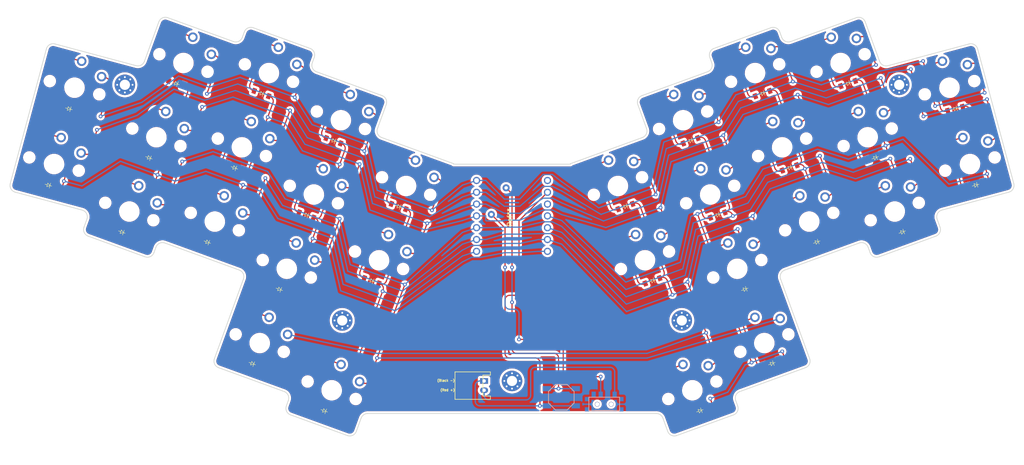
<source format=kicad_pcb>
(kicad_pcb (version 20211014) (generator pcbnew)
  (title_block (title "Tlalocohyla_Smithii") (rev "v1.0.0") (company "Unknown"))
  (layers (0 "F.Cu" signal) (31 "B.Cu" signal) (34 "B.Paste" user) (35 "F.Paste" user) (36 "B.SilkS" user "B.Silkscreen") (37 "F.SilkS" user "F.Silkscreen") (38 "B.Mask" user) (39 "F.Mask" user) (44 "Edge.Cuts" user))
  (net 0 "")
  (net 1 "P2")
  (net 2 "pinky_home")
  (net 3 "P6")
  (net 4 "P0")
  (net 5 "pinky_top")
  (net 6 "P4")
  (net 7 "ring_bottom")
  (net 8 "P3")
  (net 9 "ring_home")
  (net 10 "P1")
  (net 11 "ring_top")
  (net 12 "P5")
  (net 13 "middle_bottom")
  (net 14 "middle_home")
  (net 15 "P7")
  (net 16 "middle_top")
  (net 17 "index_bottom")
  (net 18 "index_home")
  (net 19 "index_top")
  (net 20 "inner_home")
  (net 21 "P8")
  (net 22 "inner_top")
  (net 23 "tucky_default")
  (net 24 "reachy_default")
  (net 25 "mirror_pinky_home")
  (net 26 "P10")
  (net 27 "mirror_pinky_top")
  (net 28 "mirror_ring_bottom")
  (net 29 "P9")
  (net 30 "mirror_ring_home")
  (net 31 "mirror_ring_top")
  (net 32 "mirror_middle_bottom")
  (net 33 "mirror_middle_home")
  (net 34 "mirror_middle_top")
  (net 35 "mirror_index_bottom")
  (net 36 "mirror_index_home")
  (net 37 "mirror_index_top")
  (net 38 "mirror_inner_home")
  (net 39 "mirror_inner_top")
  (net 40 "mirror_tucky_default")
  (net 41 "mirror_reachy_default")
  (net 42 "Bplus")
  (net 43 "JSTplus")
  (net 44 "RST_XIAO")
  (net 45 "GND_XIAO")
  (footprint "E73:SPDT_C128955" (layer "F.Cu") (at 169.8 126.93063 180)
    (fp_text reference "T1" hide)
    (fp_text value "" hide)
  )
  (footprint "E73:SW_TACT_ALPS_SKQGABE010" (layer "F.Cu") (at 160.588235 125.43063)
    (fp_text reference "B1" hide)
    (fp_text value "" hide)
  )
  (footprint "ComboDiode" (layer "F.Cu") (at 222.197427 57.96008 -160)
    (fp_text reference "D20" hide)
    (fp_text value "" hide)
  )
  (footprint "PG1350" (layer "F.Cu") (at 226.404275 69.518299 20)
    (fp_text reference "S19" hide)
    (fp_text value "" hide)
  )
  (footprint "ComboDiode" (layer "F.Cu") (at 174.361197 84.416555 -160)
    (fp_text reference "D28" hide)
    (fp_text value "" hide)
  )
  (footprint "ComboDiode" (layer "F.Cu") (at 111.631507 70.272805 160)
    (fp_text reference "D11" hide)
    (fp_text value "" hide)
  )
  (footprint "ComboDiode" (layer "F.Cu") (at 194.182835 86.24758 -160)
    (fp_text reference "D25" hide)
    (fp_text value "" hide)
  )
  (footprint "ComboDiode" (layer "F.Cu") (at 125.638803 84.416555 160)
    (fp_text reference "D13" hide)
    (fp_text value "" hide)
  )
  (footprint "PG1350" (layer "F.Cu") (at 79.410067 53.543525 -20)
    (fp_text reference "S5" hide)
    (fp_text value "" hide)
  )
  (footprint "Library:Mounting_hole" (layer "F.Cu") (at 113.525328 108.926642)
    (fp_text reference "H**" hide)
    (fp_text value "Mounting_hole" hide)
  )
  (footprint "PG1350" (layer "F.Cu") (at 204.204025 113.780574 20)
    (fp_text reference "S29" hide)
    (fp_text value "" hide)
  )
  (footprint "ComboDiode" (layer "F.Cu") (at 245.20477 63.401164 -165)
    (fp_text reference "D17" hide)
    (fp_text value "" hide)
  )
  (footprint "Library:Xiao BLE pogo pins" (layer "F.Cu") (at 150 86.75 90)
    (fp_text reference "Ref**")
    (fp_text value "Val**")
  )
  (footprint "ComboDiode" (layer "F.Cu") (at 90.356283 76.097524 160)
    (fp_text reference "D7" hide)
    (fp_text value "" hide)
  )
  (footprint "PG1350" (layer "F.Cu") (at 220.589932 53.543525 20)
    (fp_text reference "S20" hide)
    (fp_text value "" hide)
  )
  (footprint "ComboDiode" (layer "F.Cu") (at 77.802573 57.96008 160)
    (fp_text reference "D5" hide)
    (fp_text value "" hide)
  )
  (footprint "PG1350" (layer "F.Cu") (at 111.256856 123.93063 -20)
    (fp_text reference "S15" hide)
    (fp_text value "" hide)
  )
  (footprint "PG1350" (layer "F.Cu") (at 107.424659 81.831024 -20)
    (fp_text reference "S10" hide)
    (fp_text value "" hide)
  )
  (footprint "PG1350" (layer "F.Cu") (at 127.246298 80 -20)
    (fp_text reference "S13" hide)
    (fp_text value "" hide)
  )
  (footprint "ComboDiode" (layer "F.Cu") (at 215.458059 92.072298 -160)
    (fp_text reference "D21" hide)
    (fp_text value "" hide)
  )
  (footprint "PG1350" (layer "F.Cu") (at 213.850565 87.655743 20)
    (fp_text reference "S21" hide)
    (fp_text value "" hide)
  )
  (footprint "PG1350" (layer "F.Cu") (at 232.218617 85.493074 20)
    (fp_text reference "S18" hide)
    (fp_text value "" hide)
  )
  (footprint "ComboDiode" (layer "F.Cu") (at 205.81152 118.197129 -160)
    (fp_text reference "D29" hide)
    (fp_text value "" hide)
  )
  (footprint "PG1350" (layer "F.Cu") (at 101.610317 97.805799 -20)
    (fp_text reference "S9" hide)
    (fp_text value "" hide)
  )
  (footprint "ComboDiode" (layer "F.Cu") (at 209.643717 76.097524 -160)
    (fp_text reference "D22" hide)
    (fp_text value "" hide)
  )
  (footprint "ComboDiode" (layer "F.Cu") (at 180.175539 100.39133 -160)
    (fp_text reference "D27" hide)
    (fp_text value "" hide)
  )
  (footprint "PG1350" (layer "F.Cu") (at 178.568045 95.974774 20)
    (fp_text reference "S27" hide)
    (fp_text value "" hide)
  )
  (footprint "ComboDiode" (layer "F.Cu") (at 96.170625 60.122749 160)
    (fp_text reference "D8" hide)
    (fp_text value "" hide)
  )
  (footprint "ComboDiode" (layer "F.Cu") (at 94.18848 118.197129 160)
    (fp_text reference "D14" hide)
    (fp_text value "" hide)
  )
  (footprint "ComboDiode" (layer "F.Cu") (at 66.173888 89.909629 160)
    (fp_text reference "D3" hide)
    (fp_text value "" hide)
  )
  (footprint "Library:Mounting_hole" (layer "F.Cu") (at 66.826901 58.239304)
    (fp_text reference "H**" hide)
    (fp_text value "Mounting_hole" hide)
  )
  (footprint "PG1350" (layer "F.Cu") (at 248.388244 75.282052 15)
    (fp_text reference "S16" hide)
    (fp_text value "" hide)
  )
  (footprint "PG1350" (layer "F.Cu") (at 67.781383 85.493074 -20)
    (fp_text reference "S3" hide)
    (fp_text value "" hide)
  )
  (footprint "PG1350" (layer "F.Cu") (at 95.795975 113.780574 -20)
    (fp_text reference "S14" hide)
    (fp_text value "" hide)
  )
  (footprint "ComboDiode" (layer "F.Cu") (at 203.829374 60.122749 -160)
    (fp_text reference "D23" hide)
    (fp_text value "" hide)
  )
  (footprint "ComboDiode" (layer "F.Cu") (at 71.98823 73.934855 160)
    (fp_text reference "D4" hide)
    (fp_text value "" hide)
  )
  (footprint "Library:Mounting_hole" (layer "F.Cu") (at 186.474672 108.926642)
    (fp_text reference "H**" hide)
    (fp_text value "Mounting_hole" hide)
  )
  (footprint "ComboDiode" (layer "F.Cu") (at 233.826112 89.909629 -160)
    (fp_text reference "D18" hide)
    (fp_text value "" hide)
  )
  (footprint "Library:Mounting_hole" (layer "F.Cu") (at 150 121.93063)
    (fp_text reference "H**" hide)
    (fp_text value "Mounting_hole" hide)
  )
  (footprint "PG1350" (layer "F.Cu") (at 192.575341 81.831024 20)
    (fp_text reference "S25" hide)
    (fp_text value "" hide)
  )
  (footprint "PG1350" (layer "F.Cu") (at 186.760998 65.85625 20)
    (fp_text reference "S26" hide)
    (fp_text value "" hide)
  )
  (footprint "PG1350" (layer "F.Cu") (at 202.22188 55.706194 20)
    (fp_text reference "S23" hide)
    (fp_text value "" hide)
  )
  (footprint "ComboDiode" (layer "F.Cu") (at 100.002822 102.222354 160)
    (fp_text reference "D9" hide)
    (fp_text value "" hide)
  )
  (footprint "ComboDiode" (layer "F.Cu") (at 119.824461 100.39133 160)
    (fp_text reference "D12" hide)
    (fp_text value "" hide)
  )
  (footprint "PG1350" (layer "F.Cu") (at 121.431955 95.974774 -20)
    (fp_text reference "S12" hide)
    (fp_text value "" hide)
  )
  (footprint "ComboDiode" (layer "F.Cu") (at 54.79523 63.401164 165)
    (fp_text reference "D2" hide)
    (fp_text value "" hide)
  )
  (footprint "PG1350" (layer "F.Cu") (at 198.389683 97.805799 20)
    (fp_text reference "S24" hide)
    (fp_text value "" hide)
  )
  (footprint "PG1350" (layer "F.Cu") (at 208.036222 71.680968 20)
    (fp_text reference "S22" hide)
    (fp_text value "" hide)
  )
  (footprint "ComboDiode" (layer "F.Cu") (at 199.997178 102.222354 -160)
    (fp_text reference "D24" hide)
    (fp_text value "" hide)
  )
  (footprint "ComboDiode" (layer "F.Cu") (at 105.817165 86.24758 160)
    (fp_text reference "D10" hide)
    (fp_text value "" hide)
  )
  (footprint "ComboDiode" (layer "F.Cu") (at 188.368493 70.272805 -160)
    (fp_text reference "D26" hide)
    (fp_text value "" hide)
  )
  (footprint "Library:Mounting_hole" (layer "F.Cu") (at 233.173099 58.239304)
    (fp_text reference "H**" hide)
    (fp_text value "Mounting_hole" hide)
  )
  (footprint "PG1350" (layer "F.Cu") (at 97.77812 55.706194 -20)
    (fp_text reference "S8" hide)
    (fp_text value "" hide)
  )
  (footprint "PG1350" (layer "F.Cu") (at 188.743144 123.93063 20)
    (fp_text reference "S30" hide)
    (fp_text value "" hide)
  )
  (footprint "PG1350" (layer "F.Cu") (at 56.011679 58.861313 -15)
    (fp_text reference "S2" hide)
    (fp_text value "" hide)
  )
  (footprint "PG1350" (layer "F.Cu") (at 86.149435 87.655743 -20)
    (fp_text reference "S6" hide)
    (fp_text value "" hide)
  )
  (footprint "PG1350" (layer "F.Cu") (at 243.98832 58.861313 15)
    (fp_text reference "S17" hide)
    (fp_text value "" hide)
  )
  (footprint "ComboDiode" (layer "F.Cu") (at 84.541941 92.072298 160)
    (fp_text reference "D6" hide)
    (fp_text value "" hide)
  )
  (footprint "ComboDiode" (layer "F.Cu") (at 50.395306 79.821903 165)
    (fp_text reference "D1" hide)
    (fp_text value "" hide)
  )
  (footprint "PG1350" (layer "F.Cu") (at 91.963778 71.680968 -20)
    (fp_text reference "S7" hide)
    (fp_text value "" hide)
  )
  (footprint "ComboDiode" (layer "F.Cu") (at 228.01177 73.934855 -160)
    (fp_text reference "D19" hide)
    (fp_text value "" hide)
  )
  (footprint "PG1350" (layer "F.Cu") (at 51.611756 75.282052 -15)
    (fp_text reference "S1" hide)
    (fp_text value "" hide)
  )
  (footprint "PG1350" (layer "F.Cu") (at 73.595725 69.518299 -20)
    (fp_text reference "S4" hide)
    (fp_text value "" hide)
  )
  (footprint "ComboDiode" (layer "F.Cu") (at 190.350638 128.347185 -160)
    (fp_text reference "D30" hide)
    (fp_text value "" hide)
  )
  (footprint "ComboDiode" (layer "F.Cu") (at 109.649361 128.347185 160)
    (fp_text reference "D15" hide)
    (fp_text value "" hide)
  )
  (footprint "PG1350" (layer "F.Cu") (at 172.753702 80 20)
    (fp_text reference "S28" hide)
    (fp_text value "" hide)
  )
  (footprint "ComboDiode" (layer "F.Cu") (at 249.604694 79.821903 -165)
    (fp_text reference "D16" hide)
    (fp_text value "" hide)
  )
  (footprint "PG1350" (layer "F.Cu") (at 113.239002 65.85625 -20)
    (fp_text reference "S11" hide)
    (fp_text value "" hide)
  )
  (footprint "JST_PH_S2B-PH-K_02x2.00mm_Angled" (layer "F.Cu") (at 144 122.93063 -90)
    (fp_text reference "JST1" hide)
    (fp_text value "" hide)
  )
  (gr_arc (start 180.999261 128.93063) (mid 181.859626 129.201902) (end 182.4088 129.9176) (layer "Edge.Cuts") (width 0.15))
  (gr_arc (start 241.332592 87.143078) (mid 241.411614 85.937424) (end 242.353902 85.181158) (layer "Edge.Cuts") (width 0.15))
  (gr_line (start 162.5 75.21862) (end 178.004928 69.575288) (layer "Edge.Cuts") (width 0.15))
  (gr_line (start 101.943709 126.127855) (end 101.516184 127.302471) (layer "Edge.Cuts") (width 0.15))
  (gr_arc (start 213.944697 117.152414) (mid 213.89462 118.299372) (end 213.048189 119.074984) (layer "Edge.Cuts") (width 0.15))
  (gr_arc (start 185.371303 133.671302) (mid 184.224345 133.621225) (end 183.448734 132.774793) (layer "Edge.Cuts") (width 0.15))
  (gr_line (start 102.412693 129.22504) (end 114.628697 133.671302) (layer "Edge.Cuts") (width 0.15))
  (gr_arc (start 178.901437 67.652719) (mid 178.85136 68.799677) (end 178.004928 69.575288) (layer "Edge.Cuts") (width 0.15))
  (gr_line (start 192.481208 52.334353) (end 192.908733 53.508969) (layer "Edge.Cuts") (width 0.15))
  (gr_line (start 71.027166 53.184922) (end 74.115657 44.699362) (layer "Edge.Cuts") (width 0.15))
  (gr_arc (start 73.075793 94.337238) (mid 72.300181 95.183669) (end 71.153223 95.233746) (layer "Edge.Cuts") (width 0.15))
  (gr_line (start 107.091267 53.508969) (end 107.518792 52.334353) (layer "Edge.Cuts") (width 0.15))
  (gr_arc (start 248.196285 49.451582) (mid 249.334514 49.601432) (end 250.033403 50.512242) (layer "Edge.Cuts") (width 0.15))
  (gr_line (start 106.622283 50.411784) (end 94.406279 45.965522) (layer "Edge.Cuts") (width 0.15))
  (gr_line (start 92.48371 46.862031) (end 92.056185 48.036646) (layer "Edge.Cuts") (width 0.15))
  (gr_line (start 208.599338 98.080455) (end 224.574113 92.266112) (layer "Edge.Cuts") (width 0.15))
  (gr_line (start 107.987776 55.431538) (end 122.083165 60.56184) (layer "Edge.Cuts") (width 0.15))
  (gr_line (start 226.496682 93.162621) (end 226.924207 94.337237) (layer "Edge.Cuts") (width 0.15))
  (gr_line (start 209.866384 48.933155) (end 223.961773 43.802853) (layer "Edge.Cuts") (width 0.15))
  (gr_arc (start 49.966596 50.512242) (mid 50.665485 49.601432) (end 51.803714 49.451582) (layer "Edge.Cuts") (width 0.15))
  (gr_line (start 75.425887 92.266112) (end 91.400661 98.080455) (layer "Edge.Cuts") (width 0.15))
  (gr_arc (start 192.908733 53.508969) (mid 192.858656 54.655927) (end 192.012224 55.431538) (layer "Edge.Cuts") (width 0.15))
  (gr_line (start 225.884342 44.699362) (end 228.972834 53.184922) (layer "Edge.Cuts") (width 0.15))
  (gr_arc (start 86.951811 119.074983) (mid 86.10538 118.299372) (end 86.055303 117.152415) (layer "Edge.Cuts") (width 0.15))
  (gr_line (start 137.469821 75.301537) (end 162.530179 75.301537) (layer "Edge.Cuts") (width 0.15))
  (gr_line (start 73.075793 94.337237) (end 73.503318 93.162621) (layer "Edge.Cuts") (width 0.15))
  (gr_arc (start 101.0472 124.205286) (mid 101.893632 124.980897) (end 101.943709 126.127855) (layer "Edge.Cuts") (width 0.15))
  (gr_line (start 205.593721 45.965522) (end 193.377716 50.411784) (layer "Edge.Cuts") (width 0.15))
  (gr_line (start 242.353902 85.181158) (end 256.737314 81.327135) (layer "Edge.Cuts") (width 0.15))
  (gr_line (start 119.000738 128.93063) (end 180.999261 128.93063) (layer "Edge.Cuts") (width 0.15))
  (gr_arc (start 71.027166 53.184922) (mid 70.31025 54.002408) (end 69.229399 54.120781) (layer "Edge.Cuts") (width 0.15))
  (gr_arc (start 207.70283 100.003025) (mid 207.752907 98.856067) (end 208.599338 98.080455) (layer "Edge.Cuts") (width 0.15))
  (gr_line (start 162.5 75.21862) (end 162.530179 75.301537) (layer "Edge.Cuts") (width 0.15))
  (gr_arc (start 205.593721 45.965522) (mid 206.740679 46.015599) (end 207.51629 46.862031) (layer "Edge.Cuts") (width 0.15))
  (gr_arc (start 257.797975 79.490018) (mid 257.648124 80.628247) (end 256.737314 81.327135) (layer "Edge.Cuts") (width 0.15))
  (gr_line (start 182.4088 129.9176) (end 183.448734 132.774793) (layer "Edge.Cuts") (width 0.15))
  (gr_arc (start 224.574113 92.266112) (mid 225.721071 92.316189) (end 226.496682 93.162621) (layer "Edge.Cuts") (width 0.15))
  (gr_line (start 58.937219 90.787484) (end 71.153223 95.233746) (layer "Edge.Cuts") (width 0.15))
  (gr_line (start 42.202025 79.490017) (end 49.966597 50.512242) (layer "Edge.Cuts") (width 0.15))
  (gr_line (start 177.020326 62.484409) (end 178.901437 67.652719) (layer "Edge.Cuts") (width 0.15))
  (gr_line (start 76.038226 43.802853) (end 90.133616 48.933155) (layer "Edge.Cuts") (width 0.15))
  (gr_line (start 228.846776 95.233746) (end 241.06278 90.787484) (layer "Edge.Cuts") (width 0.15))
  (gr_line (start 230.770601 54.12078) (end 248.196286 49.451582) (layer "Edge.Cuts") (width 0.15))
  (gr_line (start 121.098563 67.652719) (end 122.979674 62.484409) (layer "Edge.Cuts") (width 0.15))
  (gr_arc (start 198.05629 126.127855) (mid 198.106367 124.980897) (end 198.952799 124.205286) (layer "Edge.Cuts") (width 0.15))
  (gr_arc (start 209.866384 48.933155) (mid 208.719426 48.883078) (end 207.943815 48.036646) (layer "Edge.Cuts") (width 0.15))
  (gr_arc (start 58.937219 90.787483) (mid 58.090788 90.011872) (end 58.040711 88.864915) (layer "Edge.Cuts") (width 0.15))
  (gr_arc (start 92.48371 46.862031) (mid 93.259321 46.015599) (end 94.406279 45.965522) (layer "Edge.Cuts") (width 0.15))
  (gr_line (start 137.469821 75.301537) (end 137.5 75.21862) (layer "Edge.Cuts") (width 0.15))
  (gr_arc (start 230.770601 54.120781) (mid 229.68975 54.002408) (end 228.972834 53.184922) (layer "Edge.Cuts") (width 0.15))
  (gr_line (start 177.916835 60.56184) (end 192.012224 55.431538) (layer "Edge.Cuts") (width 0.15))
  (gr_arc (start 102.412693 129.22504) (mid 101.566261 128.449429) (end 101.516184 127.302471) (layer "Edge.Cuts") (width 0.15))
  (gr_arc (start 223.961774 43.802854) (mid 225.108731 43.852931) (end 225.884342 44.699362) (layer "Edge.Cuts") (width 0.15))
  (gr_arc (start 43.262685 81.327135) (mid 42.351875 80.628246) (end 42.202025 79.490017) (layer "Edge.Cuts") (width 0.15))
  (gr_arc (start 73.503319 93.162621) (mid 74.27893 92.31619) (end 75.425887 92.266113) (layer "Edge.Cuts") (width 0.15))
  (gr_line (start 207.943815 48.036646) (end 207.51629 46.862031) (layer "Edge.Cuts") (width 0.15))
  (gr_line (start 86.951811 119.074984) (end 101.047201 124.205286) (layer "Edge.Cuts") (width 0.15))
  (gr_arc (start 228.846776 95.233746) (mid 227.699818 95.183669) (end 226.924207 94.337237) (layer "Edge.Cuts") (width 0.15))
  (gr_arc (start 57.646097 85.181158) (mid 58.588385 85.937424) (end 58.667408 87.143077) (layer "Edge.Cuts") (width 0.15))
  (gr_line (start 250.033403 50.512242) (end 257.797975 79.490017) (layer "Edge.Cuts") (width 0.15))
  (gr_arc (start 106.622283 50.411784) (mid 107.468715 51.187395) (end 107.518792 52.334353) (layer "Edge.Cuts") (width 0.15))
  (gr_arc (start 92.056185 48.036646) (mid 91.280574 48.883078) (end 90.133616 48.933155) (layer "Edge.Cuts") (width 0.15))
  (gr_arc (start 107.987776 55.431538) (mid 107.141344 54.655927) (end 107.091267 53.508969) (layer "Edge.Cuts") (width 0.15))
  (gr_arc (start 177.020326 62.484409) (mid 177.070403 61.337451) (end 177.916835 60.56184) (layer "Edge.Cuts") (width 0.15))
  (gr_line (start 58.667408 87.143077) (end 58.040711 88.864915) (layer "Edge.Cuts") (width 0.15))
  (gr_line (start 121.995072 69.575288) (end 137.5 75.21862) (layer "Edge.Cuts") (width 0.15))
  (gr_arc (start 192.481208 52.334354) (mid 192.531285 51.187396) (end 193.377716 50.411784) (layer "Edge.Cuts") (width 0.15))
  (gr_line (start 207.70283 100.003024) (end 213.944697 117.152415) (layer "Edge.Cuts") (width 0.15))
  (gr_arc (start 91.400661 98.080455) (mid 92.247093 98.856066) (end 92.29717 100.003024) (layer "Edge.Cuts") (width 0.15))
  (gr_line (start 86.055303 117.152415) (end 92.29717 100.003024) (layer "Edge.Cuts") (width 0.15))
  (gr_line (start 116.551266 132.774793) (end 117.591199 129.9176) (layer "Edge.Cuts") (width 0.15))
  (gr_line (start 43.262685 81.327135) (end 57.646098 85.181158) (layer "Edge.Cuts") (width 0.15))
  (gr_arc (start 122.083165 60.56184) (mid 122.929597 61.337451) (end 122.979674 62.484409) (layer "Edge.Cuts") (width 0.15))
  (gr_arc (start 117.591199 129.9176) (mid 118.140373 129.201902) (end 119.000738 128.93063) (layer "Edge.Cuts") (width 0.15))
  (gr_line (start 198.952799 124.205286) (end 213.048188 119.074984) (layer "Edge.Cuts") (width 0.15))
  (gr_line (start 198.483816 127.302471) (end 198.05629 126.127855) (layer "Edge.Cuts") (width 0.15))
  (gr_arc (start 121.995071 69.575288) (mid 121.14864 68.799676) (end 121.098563 67.652718) (layer "Edge.Cuts") (width 0.15))
  (gr_arc (start 198.483816 127.302471) (mid 198.433739 128.449429) (end 197.587307 129.22504) (layer "Edge.Cuts") (width 0.15))
  (gr_line (start 185.371303 133.671302) (end 197.587307 129.22504) (layer "Edge.Cuts") (width 0.15))
  (gr_line (start 241.959289 88.864915) (end 241.332592 87.143077) (layer "Edge.Cuts") (width 0.15))
  (gr_arc (start 74.115657 44.699362) (mid 74.891268 43.85293) (end 76.038226 43.802853) (layer "Edge.Cuts") (width 0.15))
  (gr_arc (start 116.551266 132.774793) (mid 115.775655 133.621225) (end 114.628697 133.671302) (layer "Edge.Cuts") (width 0.15))
  (gr_arc (start 241.959289 88.864914) (mid 241.909212 90.011872) (end 241.062781 90.787484) (layer "Edge.Cuts") (width 0.15))
  (gr_line (start 51.803714 49.451582) (end 69.229399 54.12078) (layer "Edge.Cuts") (width 0.15))
  (segment (start 97.961918 69.820237) (end 98.901611 70.162257) (width 0.25) (layer "F.Cu") (net 1))
  (segment (start 100.183323 69.564584) (end 102.303848 63.738491) (width 0.25) (layer "F.Cu") (net 1))
  (segment (start 197.511492 74.926358) (end 195.390967 69.100265) (width 0.25) (layer "F.Cu") (net 1))
  (segment (start 127.430095 94.114043) (end 128.369788 94.456063) (width 0.25) (layer "F.Cu") (net 1))
  (segment (start 231.340426 62.613633) (end 229.219901 56.78754) (width 0.25) (layer "F.Cu") (net 1))
  (segment (start 129.6515 93.85839) (end 131.772026 88.032297) (width 0.25) (layer "F.Cu") (net 1))
  (segment (start 57.424898 72.905629) (end 58.390824 73.164448) (width 0.25) (layer "F.Cu") (net 1))
  (segment (start 59.615569 72.457341) (end 60.832018 67.917489) (width 0.25) (layer "F.Cu") (net 1))
  (segment (start 195.974128 76.550091) (end 196.91382 76.208071) (width 0.25) (layer "F.Cu") (net 1))
  (segment (start 229.803062 64.237366) (end 230.742754 63.895346) (width 0.25) (layer "F.Cu") (net 1))
  (via (at 60.832018 67.917489) (size 0.8) (drill 0.4) (layers "F.Cu" "B.Cu") (net 1))
  (via (at 229.219901 56.78754) (size 0.8) (drill 0.4) (layers "F.Cu" "B.Cu") (net 1))
  (via (at 131.772026 88.032297) (size 0.8) (drill 0.4) (layers "F.Cu" "B.Cu") (net 1))
  (via (at 102.303848 63.738491) (size 0.8) (drill 0.4) (layers "F.Cu" "B.Cu") (net 1))
  (via (at 195.390967 69.100265) (size 0.8) (drill 0.4) (layers "F.Cu" "B.Cu") (net 1))
  (arc (start 230.742754 63.895346) (mid 231.307042 63.378271) (end 231.340426 62.613633) (width 0.25) (layer "F.Cu") (net 1))
  (arc (start 197.511492 74.926358) (mid 197.478107 75.690996) (end 196.91382 76.208071) (width 0.25) (layer "F.Cu") (net 1))
  (arc (start 58.390824 73.164448) (mid 59.149643 73.064547) (end 59.615569 72.457341) (width 0.25) (layer "F.Cu") (net 1))
  (arc (start 100.183323 69.564584) (mid 99.666249 70.128871) (end 98.901611 70.162257) (width 0.25) (layer "F.Cu") (net 1))
  (arc (start 129.6515 93.85839) (mid 129.134426 94.422677) (end 128.369788 94.456063) (width 0.25) (layer "F.Cu") (net 1))
  (segment (start 229.219901 56.78754) (end 217.473743 61.062792) (width 0.25) (layer "B.Cu") (net 1))
  (segment (start 77.357947 59.181681) (end 69.453476 64.818111) (width 0.25) (layer "B.Cu") (net 1))
  (segment (start 148.351 85.85281) (end 144.351 83.89281) (width 0.25) (layer "B.Cu") (net 1))
  (segment (start 169.637513 87.519267) (end 160.682 83.62281) (width 0.25) (layer "B.Cu") (net 1))
  (segment (start 181.383671 83.244015) (end 169.637513 87.519267) (width 0.25) (layer "B.Cu") (net 1))
  (segment (start 142.351 83.89281) (end 139.351 84.89281) (width 0.25) (layer "B.Cu") (net 1))
  (segment (start 158.682 82.62281) (end 156.682 82.62281) (width 0.25) (layer "B.Cu") (net 1))
  (segment (start 131.772026 88.032297) (end 120.025869 83.757045) (width 0.25) (layer "B.Cu") (net 1))
  (segment (start 151.682 85.85281) (end 148.351 85.85281) (width 0.25) (layer "B.Cu") (net 1))
  (segment (start 83.935795 61.575822) (end 77.357947 59.181681) (width 0.25) (layer "B.Cu") (net 1))
  (segment (start 144.351 83.89281) (end 142.351 83.89281) (width 0.25) (layer "B.Cu") (net 1))
  (segment (start 210.851849 58.950209) (end 199.105691 63.225461) (width 0.25) (layer "B.Cu") (net 1))
  (segment (start 160.682 83.62281) (end 158.682 82.62281) (width 0.25) (layer "B.Cu") (net 1))
  (segment (start 195.390967 69.100265) (end 183.644809 73.375517) (width 0.25) (layer "B.Cu") (net 1))
  (segment (start 199.105691 63.225461) (end 195.390967 69.100265) (width 0.25) (layer "B.Cu") (net 1))
  (segment (start 102.303848 63.738491) (end 90.557691 59.463239) (width 0.25) (layer "B.Cu") (net 1))
  (segment (start 120.025869 83.757045) (end 117.76473 73.888547) (width 0.25) (layer "B.Cu") (net 1))
  (segment (start 106.018573 69.613295) (end 102.303848 63.738491) (width 0.25) (layer "B.Cu") (net 1))
  (segment (start 183.644809 73.375517) (end 181.383671 83.244015) (width 0.25) (layer "B.Cu") (net 1))
  (segment (start 139.351 84.89281) (end 131.772026 88.032297) (width 0.25) (layer "B.Cu") (net 1))
  (segment (start 156.682 82.62281) (end 151.682 85.85281) (width 0.25) (layer "B.Cu") (net 1))
  (segment (start 90.557691 59.463239) (end 83.935795 61.575822) (width 0.25) (layer "B.Cu") (net 1))
  (segment (start 217.473743 61.062792) (end 210.851849 58.950209) (width 0.25) (layer "B.Cu") (net 1))
  (segment (start 60.832018 67.917489) (end 69.453476 64.818111) (width 0.25) (layer "B.Cu") (net 1))
  (segment (start 117.76473 73.888547) (end 106.018573 69.613295) (width 0.25) (layer "B.Cu") (net 1))
  (segment (start 48.801528 79.394852) (end 48.463455 79.304265) (width 0.25) (layer "F.Cu") (net 2))
  (segment (start 53.138788 69.58309) (end 51.206937 69.065452) (width 0.25) (layer "F.Cu") (net 2))
  (segment (start 49.982192 69.772559) (end 47.756348 78.079521) (width 0.25) (layer "F.Cu") (net 2))
  (arc (start 51.206937 69.065452) (mid 50.448118 69.165353) (end 49.982192 69.772559) (width 0.25) (layer "F.Cu") (net 2))
  (arc (start 48.463455 79.304265) (mid 47.856249 78.83834) (end 47.756348 78.079521) (width 0.25) (layer "F.Cu") (net 2))
  (segment (start 73.849651 77.592055) (end 74.465288 75.900608) (width 0.25) (layer "F.Cu") (net 3))
  (segment (start 73.867615 74.618895) (end 73.538723 74.499188) (width 0.25) (layer "F.Cu") (net 3))
  (segment (start 69.334986 89.995996) (end 73.849651 77.592055) (width 0.25) (layer "F.Cu") (net 3))
  (segment (start 53.551902 79.632434) (end 53.733076 78.956286) (width 0.25) (layer "F.Cu") (net 3))
  (segment (start 67.724381 90.473962) (end 68.053273 90.593669) (width 0.25) (layer "F.Cu") (net 3))
  (segment (start 56.389008 63.828215) (end 56.727081 63.918802) (width 0.25) (layer "F.Cu") (net 3))
  (segment (start 51.989084 80.248954) (end 52.327157 80.33954) (width 0.25) (layer "F.Cu") (net 3))
  (segment (start 75.149328 74.021222) (end 80.279631 59.925833) (width 0.25) (layer "F.Cu") (net 3))
  (segment (start 73.538723 74.499188) (end 73.867616 74.618895) (width 0.25) (layer "F.Cu") (net 3))
  (segment (start 87.703039 92.158665) (end 92.217704 79.754724) (width 0.25) (layer "F.Cu") (net 3))
  (segment (start 86.092434 92.636631) (end 86.421326 92.756338) (width 0.25) (layer "F.Cu") (net 3))
  (segment (start 79.353066 58.524413) (end 79.681958 58.64412) (width 0.25) (layer "F.Cu") (net 3))
  (segment (start 53.733076 78.956286) (end 57.434188 65.143546) (width 0.25) (layer "F.Cu") (net 3))
  (via (at 53.733076 78.956286) (size 0.8) (drill 0.4) (layers "F.Cu" "B.Cu") (net 3))
  (via (at 73.849651 77.592055) (size 0.8) (drill 0.4) (layers "F.Cu" "B.Cu") (net 3))
  (via (at 92.217704 79.754724) (size 0.8) (drill 0.4) (layers "F.Cu" "B.Cu") (net 3))
  (arc (start 87.703039 92.158665) (mid 87.185965 92.722953) (end 86.421326 92.756338) (width 0.25) (layer "F.Cu") (net 3))
  (arc (start 57.434188 65.143546) (mid 57.334288 64.384727) (end 56.727081 63.918802) (width 0.25) (layer "F.Cu") (net 3))
  (arc (start 75.149328 74.021222) (mid 74.632254 74.585509) (end 73.867616 74.618895) (width 0.25) (layer "F.Cu") (net 3))
  (arc (start 69.334986 89.995996) (mid 68.817912 90.560284) (end 68.053273 90.593669) (width 0.25) (layer "F.Cu") (net 3))
  (arc (start 74.465288 75.900608) (mid 74.431903 75.135969) (end 73.867615 74.618895) (width 0.25) (layer "F.Cu") (net 3))
  (arc (start 80.279631 59.925833) (mid 80.246246 59.161194) (end 79.681958 58.64412) (width 0.25) (layer "F.Cu") (net 3))
  (arc (start 53.551902 79.632434) (mid 53.085976 80.239641) (end 52.327157 80.33954) (width 0.25) (layer "F.Cu") (net 3))
  (segment (start 99.6912 86.997608) (end 95.976476 81.122804) (width 0.25) (layer "B.Cu") (net 3))
  (segment (start 77.608422 78.960135) (end 65.862265 74.684883) (width 0.25) (layer "B.Cu") (net 3))
  (segment (start 57.59678 79.991563) (end 53.733076 78.956286) (width 0.25) (layer "B.Cu") (net 3))
  (segment (start 113.698496 101.141358) (end 111.437357 91.27286) (width 0.25) (layer "B.Cu") (net 3))
  (segment (start 95.976476 81.122804) (end 84.230318 76.847552) (width 0.25) (layer "B.Cu") (net 3))
  (segment (start 139.351 95.05281) (end 142.351 94.05281) (width 0.25) (layer "B.Cu") (net 3))
  (segment (start 111.437357 91.27286) (end 99.6912 86.997608) (width 0.25) (layer "B.Cu") (net 3))
  (segment (start 65.862265 74.684883) (end 57.59678 79.991563) (width 0.25) (layer "B.Cu") (net 3))
  (segment (start 139.351 95.05281) (end 125.444653 105.41661) (width 0.25) (layer "B.Cu") (net 3))
  (segment (start 125.444653 105.41661) (end 113.698496 101.141358) (width 0.25) (layer "B.Cu") (net 3))
  (segment (start 84.230318 76.847552) (end 77.608422 78.960135) (width 0.25) (layer "B.Cu") (net 3))
  (segment (start 192.38119 60.83097) (end 194.364907 66.281187) (width 0.25) (layer "F.Cu") (net 4))
  (segment (start 223.988719 48.262592) (end 224.928411 47.920572) (width 0.25) (layer "F.Cu") (net 4))
  (segment (start 63.497854 57.968454) (end 61.608475 65.019712) (width 0.25) (layer "F.Cu") (net 4))
  (segment (start 190.159785 60.575317) (end 191.099477 60.233297) (width 0.25) (layer "F.Cu") (net 4))
  (segment (start 105.313625 55.469196) (end 103.329908 60.919413) (width 0.25) (layer "F.Cu") (net 4))
  (segment (start 226.210124 48.518245) (end 228.193841 53.968462) (width 0.25) (layer "F.Cu") (net 4))
  (segment (start 133.244438 78.139269) (end 134.18413 78.481289) (width 0.25) (layer "F.Cu") (net 4))
  (segment (start 134.781803 79.763002) (end 132.798086 85.213219) (width 0.25) (layer "F.Cu") (net 4))
  (segment (start 103.77626 53.845463) (end 104.715952 54.187483) (width 0.25) (layer "F.Cu") (net 4))
  (segment (start 61.824821 56.48489) (end 62.790747 56.743709) (width 0.25) (layer "F.Cu") (net 4))
  (via (at 61.608475 65.019712) (size 0.8) (drill 0.4) (layers "F.Cu" "B.Cu") (net 4))
  (via (at 228.193841 53.968462) (size 0.8) (drill 0.4) (layers "F.Cu" "B.Cu") (net 4))
  (via (at 194.364907 66.281187) (size 0.8) (drill 0.4) (layers "F.Cu" "B.Cu") (net 4))
  (via (at 132.798086 85.213219) (size 0.8) (drill 0.4) (layers "F.Cu" "B.Cu") (net 4))
  (via (at 103.329908 60.919413) (size 0.8) (drill 0.4) (layers "F.Cu" "B.Cu") (net 4))
  (arc (start 224.928411 47.920572) (mid 225.69305 47.953957) (end 226.210124 48.518245) (width 0.25) (layer "F.Cu") (net 4))
  (arc (start 63.497854 57.968454) (mid 63.397953 57.209635) (end 62.790747 56.743709) (width 0.25) (layer "F.Cu") (net 4))
  (arc (start 134.18413 78.481289) (mid 134.748418 78.998363) (end 134.781803 79.763002) (width 0.25) (layer "F.Cu") (net 4))
  (arc (start 192.38119 60.83097) (mid 191.864116 60.266682) (end 191.099477 60.233297) (width 0.25) (layer "F.Cu") (net 4))
  (arc (start 105.313625 55.469196) (mid 105.28024 54.704557) (end 104.715952 54.187483) (width 0.25) (layer "F.Cu") (net 4))
  (segment (start 228.193841 53.968462) (end 216.447683 58.243714) (width 0.25) (layer "B.Cu") (net 4))
  (segment (start 132.798086 85.213219) (end 126.220238 82.819078) (width 0.25) (layer "B.Cu") (net 4))
  (segment (start 180.357611 80.424937) (end 168.611453 84.700189) (width 0.25) (layer "B.Cu") (net 4))
  (segment (start 151.682 82.81281) (end 148.351 82.81281) (width 0.25) (layer "B.Cu") (net 4))
  (segment (start 70.479536 61.999033) (end 61.608475 65.019712) (width 0.25) (layer "B.Cu") (net 4))
  (segment (start 158.682 77.54281) (end 156.682 77.54281) (width 0.25) (layer "B.Cu") (net 4))
  (segment (start 156.682 77.54281) (end 151.682 82.81281) (width 0.25) (layer "B.Cu") (net 4))
  (segment (start 168.611453 84.700189) (end 160.682 79.08281) (width 0.25) (layer "B.Cu") (net 4))
  (segment (start 216.447683 58.243714) (end 209.825789 56.131131) (width 0.25) (layer "B.Cu") (net 4))
  (segment (start 144.351 78.81281) (end 142.351 78.81281) (width 0.25) (layer "B.Cu") (net 4))
  (segment (start 194.364907 66.281187) (end 182.618749 70.556439) (width 0.25) (layer "B.Cu") (net 4))
  (segment (start 148.351 82.81281) (end 144.351 78.81281) (width 0.25) (layer "B.Cu") (net 4))
  (segment (start 121.051929 80.937967) (end 126.220238 82.819078) (width 0.25) (layer "B.Cu") (net 4))
  (segment (start 103.329908 60.919413) (end 91.583751 56.644161) (width 0.25) (layer "B.Cu") (net 4))
  (segment (start 139.351 79.81281) (end 132.798086 85.213219) (width 0.25) (layer "B.Cu") (net 4))
  (segment (start 107.044633 66.794217) (end 103.329908 60.919413) (width 0.25) (layer "B.Cu") (net 4))
  (segment (start 198.079631 60.406383) (end 194.364907 66.281187) (width 0.25) (layer "B.Cu") (net 4))
  (segment (start 70.479536 61.999033) (end 78.384007 56.362603) (width 0.25) (layer "B.Cu") (net 4))
  (segment (start 142.351 78.81281) (end 139.351 79.81281) (width 0.25) (layer "B.Cu") (net 4))
  (segment (start 209.825789 56.131131) (end 198.079631 60.406383) (width 0.25) (layer "B.Cu") (net 4))
  (segment (start 121.051929 80.937967) (end 118.79079 71.069469) (width 0.25) (layer "B.Cu") (net 4))
  (segment (start 160.682 79.08281) (end 158.682 77.54281) (width 0.25) (layer "B.Cu") (net 4))
  (segment (start 84.961855 58.756744) (end 78.384007 56.362603) (width 0.25) (layer "B.Cu") (net 4))
  (segment (start 182.618749 70.556439) (end 180.357611 80.424937) (width 0.25) (layer "B.Cu") (net 4))
  (segment (start 91.583751 56.644161) (end 84.961855 58.756744) (width 0.25) (layer "B.Cu") (net 4))
  (segment (start 118.79079 71.069469) (end 107.044633 66.794217) (width 0.25) (layer "B.Cu") (net 4))
  (segment (start 57.538711 53.162351) (end 55.60686 52.644713) (width 0.25) (layer "F.Cu") (net 5))
  (segment (start 52.863379 62.883526) (end 53.201452 62.974113) (width 0.25) (layer "F.Cu") (net 5))
  (segment (start 54.382115 53.35182) (end 52.156272 61.658782) (width 0.25) (layer "F.Cu") (net 5))
  (arc (start 52.863379 62.883526) (mid 52.256173 62.417601) (end 52.156272 61.658782) (width 0.25) (layer "F.Cu") (net 5))
  (arc (start 55.60686 52.644713) (mid 54.848041 52.744614) (end 54.382115 53.35182) (width 0.25) (layer "F.Cu") (net 5))
  (segment (start 73.779523 83.632343) (end 74.719215 83.974363) (width 0.25) (layer "F.Cu") (net 6))
  (segment (start 119.453964 121.76828) (end 121 117) (width 0.25) (layer "F.Cu") (net 6))
  (segment (start 121 117) (end 126.983743 101.187993) (width 0.25) (layer "F.Cu") (net 6))
  (segment (start 76.000928 83.37669) (end 79.147513 74.731518) (width 0.25) (layer "F.Cu") (net 6))
  (segment (start 109.829862 95.689415) (end 112.976447 87.044243) (width 0.25) (layer "F.Cu") (net 6))
  (segment (start 117.254996 122.069899) (end 118.160696 122.399547) (width 0.25) (layer "F.Cu") (net 6))
  (segment (start 218.786717 80.751077) (end 216.153161 73.515444) (width 0.25) (layer "F.Cu") (net 6))
  (segment (start 217.249352 82.37481) (end 218.189044 82.03279) (width 0.25) (layer "F.Cu") (net 6))
  (segment (start 107.608457 95.945068) (end 108.548149 96.287088) (width 0.25) (layer "F.Cu") (net 6))
  (via (at 126.983743 101.187993) (size 0.8) (drill 0.4) (layers "F.Cu" "B.Cu") (net 6))
  (via (at 112.976447 87.044243) (size 0.8) (drill 0.4) (layers "F.Cu" "B.Cu") (net 6))
  (via (at 216.153161 73.515444) (size 0.8) (drill 0.4) (layers "F.Cu" "B.Cu") (net 6))
  (via (at 121 117) (size 0.8) (drill 0.4) (layers "F.Cu" "B.Cu") (net 6))
  (via (at 79.147513 74.731518) (size 0.8) (drill 0.4) (layers "F.Cu" "B.Cu") (net 6))
  (arc (start 218.189044 82.03279) (mid 218.753332 81.515716) (end 218.786717 80.751077) (width 0.25) (layer "F.Cu") (net 6))
  (arc (start 74.719215 83.974363) (mid 75.483854 83.940978) (end 76.000928 83.37669) (width 0.25) (layer "F.Cu") (net 6))
  (arc (start 109.829862 95.689415) (mid 109.312788 96.253703) (end 108.548149 96.287088) (width 0.25) (layer "F.Cu") (net 6))
  (arc (start 119.453964 121.76828) (mid 118.941366 122.358511) (end 118.160696 122.399547) (width 0.25) (layer "F.Cu") (net 6))
  (segment (start 216.153161 73.515444) (end 204.407003 77.790696) (width 0.25) (layer "B.Cu") (net 6))
  (segment (start 160.682 88.70281) (end 158.682 87.70281) (width 0.25) (layer "B.Cu") (net 6))
  (segment (start 115.237586 96.912741) (end 112.976447 87.044243) (width 0.25) (layer "B.Cu") (net 6))
  (segment (start 142.351 88.97281) (end 139.351 89.97281) (width 0.25) (layer "B.Cu") (net 6))
  (segment (start 156.682 87.70281) (end 151.682 88.85281) (width 0.25) (layer "B.Cu") (net 6))
  (segment (start 97.515566 76.894187) (end 85.769409 72.618935) (width 0.25) (layer "B.Cu") (net 6))
  (segment (start 101.23029 82.768991) (end 97.515566 76.894187) (width 0.25) (layer "B.Cu") (net 6))
  (segment (start 144.351 88.97281) (end 142.351 88.97281) (width 0.25) (layer "B.Cu") (net 6))
  (segment (start 112.976447 87.044243) (end 101.23029 82.768991) (width 0.25) (layer "B.Cu") (net 6))
  (segment (start 174.46898 102.255512) (end 160.682 88.70281) (width 0.25) (layer "B.Cu") (net 6))
  (segment (start 204.407003 77.790696) (end 200.69228 83.6655) (width 0.25) (layer "B.Cu") (net 6))
  (segment (start 188.946122 87.940752) (end 186.684984 97.80925) (width 0.25) (layer "B.Cu") (net 6))
  (segment (start 139.351 89.97281) (end 126.983743 101.187993) (width 0.25) (layer "B.Cu") (net 6))
  (segment (start 85.769409 72.618935) (end 79.147513 74.731518) (width 0.25) (layer "B.Cu") (net 6))
  (segment (start 148.351 88.85281) (end 144.351 88.97281) (width 0.25) (layer "B.Cu") (net 6))
  (segment (start 186.684984 97.80925) (end 174.46898 102.255512) (width 0.25) (layer "B.Cu") (net 6))
  (segment (start 200.69228 83.6655) (end 188.946122 87.940752) (width 0.25) (layer "B.Cu") (net 6))
  (segment (start 158.682 87.70281) (end 156.682 87.70281) (width 0.25) (layer "B.Cu") (net 6))
  (segment (start 179 117) (end 121 117) (width 0.25) (layer "B.Cu") (net 6))
  (segment (start 207.602812 108.499641) (end 179 117) (width 0.25) (layer "B.Cu") (net 6))
  (segment (start 126.983743 101.187993) (end 115.237586 96.912741) (width 0.25) (layer "B.Cu") (net 6))
  (segment (start 151.682 88.85281) (end 148.351 88.85281) (width 0.25) (layer "B.Cu") (net 6))
  (segment (start 64.623395 89.345296) (end 64.294503 89.225589) (width 0.25) (layer "F.Cu") (net 7))
  (segment (start 67.919916 79.264848) (end 69.799302 79.948888) (width 0.25) (layer "F.Cu") (net 7))
  (segment (start 63.69683 87.943876) (end 66.638204 79.862521) (width 0.25) (layer "F.Cu") (net 7))
  (arc (start 63.69683 87.943876) (mid 63.730215 88.708515) (end 64.294503 89.225589) (width 0.25) (layer "F.Cu") (net 7))
  (arc (start 66.638204 79.862521) (mid 67.155278 79.298234) (end 67.919916 79.264848) (width 0.25) (layer "F.Cu") (net 7))
  (segment (start 252.039288 61.356897) (end 253.925568 68.844551) (width 0.25) (layer "F.Cu") (net 8))
  (segment (start 253.214683 70.054763) (end 252.234361 70.317439) (width 0.25) (layer "F.Cu") (net 8))
  (segment (start 183.504197 89.070109) (end 181.896701 84.653554) (width 0.25) (layer "F.Cu") (net 8))
  (segment (start 81.81527 67.401915) (end 83.422765 62.985361) (width 0.25) (layer "F.Cu") (net 8))
  (segment (start 79.593865 67.657568) (end 80.533558 67.999588) (width 0.25) (layer "F.Cu") (net 8))
  (segment (start 115.644204 79.71464) (end 117.2517 75.298086) (width 0.25) (layer "F.Cu") (net 8))
  (segment (start 181.966832 90.693841) (end 182.906524 90.351821) (width 0.25) (layer "F.Cu") (net 8))
  (segment (start 238.391525 65.019713) (end 235.673925 54.877492) (width 0.25) (layer "F.Cu") (net 8))
  (segment (start 211.435009 66.400035) (end 212.374701 66.058015) (width 0.25) (layer "F.Cu") (net 8))
  (segment (start 113.422799 79.970293) (end 114.362492 80.312313) (width 0.25) (layer "F.Cu") (net 8))
  (segment (start 212.972374 64.776302) (end 211.364879 60.359748) (width 0.25) (layer "F.Cu") (net 8))
  (via (at 238.391525 65.019713) (size 0.8) (drill 0.4) (layers "F.Cu" "B.Cu") (net 8))
  (via (at 211.364879 60.359748) (size 0.8) (drill 0.4) (layers "F.Cu" "B.Cu") (net 8))
  (via (at 252.039288 61.356897) (size 0.8) (drill 0.4) (layers "F.Cu" "B.Cu") (net 8))
  (via (at 117.2517 75.298086) (size 0.8) (drill 0.4) (layers "F.Cu" "B.Cu") (net 8))
  (via (at 83.422765 62.985361) (size 0.8) (drill 0.4) (layers "F.Cu" "B.Cu") (net 8))
  (via (at 181.896701 84.653554) (size 0.8) (drill 0.4) (layers "F.Cu" "B.Cu") (net 8))
  (via (at 235.673925 54.877492) (size 0.8) (drill 0.4) (layers "F.Cu" "B.Cu") (net 8))
  (arc (start 114.362492 80.312313) (mid 115.12713 80.278928) (end 115.644204 79.71464) (width 0.25) (layer "F.Cu") (net 8))
  (arc (start 80.533558 67.999588) (mid 81.298196 67.966203) (end 81.81527 67.401915) (width 0.25) (layer "F.Cu") (net 8))
  (arc (start 182.906524 90.351821) (mid 183.470811 89.834747) (end 183.504197 89.070109) (width 0.25) (layer "F.Cu") (net 8))
  (arc (start 212.374701 66.058015) (mid 212.938989 65.540941) (end 212.972374 64.776302) (width 0.25) (layer "F.Cu") (net 8))
  (arc (start 253.214683 70.054763) (mid 253.818111 69.595325) (end 253.925568 68.844551) (width 0.25) (layer "F.Cu") (net 8))
  (segment (start 144.351 87.351) (end 144.5 87.5) (width 0.25) (layer "B.Cu") (net 8))
  (segment (start 199.618721 64.635) (end 195.903997 70.509804) (width 0.25) (layer "B.Cu") (net 8))
  (segment (start 211.364879 60.359748) (end 199.618721 64.635) (width 0.25) (layer "B.Cu") (net 8))
  (segment (start 105.505543 71.022834) (end 101.790818 65.14803) (width 0.25) (layer "B.Cu") (net 8))
  (segment (start 119.512839 85.166584) (end 117.2517 75.298086) (width 0.25) (layer "B.Cu") (net 8))
  (segment (start 144.351 86.43281) (end 142.351 86.43281) (width 0.25) (layer "B.Cu") (net 8))
  (segment (start 101.790818 65.14803) (end 90.044661 60.872778) (width 0.25) (layer "B.Cu") (net 8))
  (segment (start 235.673925 54.877492) (end 230.928276 55.633653) (width 0.25) (layer "B.Cu") (net 8))
  (segment (start 252.039288 61.356897) (end 238.391525 65.019713) (width 0.25) (layer "B.Cu") (net 8))
  (segment (start 229.732931 58.197079) (end 217.986773 62.472331) (width 0.25) (layer "B.Cu") (net 8))
  (segment (start 158.682 85.16281) (end 156.682 85.16281) (width 0.25) (layer "B.Cu") (net 8))
  (segment (start 131.258996 89.441836) (end 119.512839 85.166584) (width 0.25) (layer "B.Cu") (net 8))
  (segment (start 139.351 87.43281) (end 131.258996 89.441836) (width 0.25) (layer "B.Cu") (net 8))
  (segment (start 144.5 87.5) (end 148.20381 87.5) (width 0.25) (layer "B.Cu") (net 8))
  (segment (start 195.903997 70.509804) (end 184.157839 74.785056) (width 0.25) (layer "B.Cu") (net 8))
  (segment (start 170.150543 88.928806) (end 160.682 86.16281) (width 0.25) (layer "B.Cu") (net 8))
  (segment (start 160.682 86.16281) (end 158.682 85.16281) (width 0.25) (layer "B.Cu") (net 8))
  (segment (start 181.896701 84.653554) (end 170.150543 88.928806) (width 0.25) (layer "B.Cu") (net 8))
  (segment (start 217.986773 62.472331) (end 211.364879 60.359748) (width 0.25) (layer "B.Cu") (net 8))
  (segment (start 144.351 86.43281) (end 144.351 87.351) (width 0.25) (layer "B.Cu") (net 8))
  (segment (start 142.351 86.43281) (end 139.351 87.43281) (width 0.25) (layer "B.Cu") (net 8))
  (segment (start 230.928276 55.633653) (end 229.732931 58.197079) (width 0.25) (layer "B.Cu") (net 8))
  (segment (start 90.044661 60.872778) (end 83.422765 62.985361) (width 0.25) (layer "B.Cu") (net 8))
  (segment (start 156.682 85.16281) (end 151.682 87.35281) (width 0.25) (layer "B.Cu") (net 8))
  (segment (start 148.20381 87.5) (end 148.351 87.35281) (width 0.25) (layer "B.Cu") (net 8))
  (segment (start 151.682 87.35281) (end 148.351 87.35281) (width 0.25) (layer "B.Cu") (net 8))
  (segment (start 184.157839 74.785056) (end 181.896701 84.653554) (width 0.25) (layer "B.Cu") (net 8))
  (segment (start 117.2517 75.298086) (end 105.505543 71.022834) (width 0.25) (layer "B.Cu") (net 8))
  (segment (start 70.437737 73.370522) (end 70.108845 73.250815) (width 0.25) (layer "F.Cu") (net 9))
  (segment (start 69.511172 71.969102) (end 72.452546 63.887746) (width 0.25) (layer "F.Cu") (net 9))
  (segment (start 73.734258 63.290073) (end 75.613644 63.974113) (width 0.25) (layer "F.Cu") (net 9))
  (arc (start 69.511172 71.969102) (mid 69.544557 72.733741) (end 70.108845 73.250815) (width 0.25) (layer "F.Cu") (net 9))
  (arc (start 73.734258 63.290073) (mid 72.96962 63.323458) (end 72.452546 63.887746) (width 0.25) (layer "F.Cu") (net 9))
  (segment (start 250.025108 54.344988) (end 251.526258 59.947358) (width 0.25) (layer "F.Cu") (net 10))
  (segment (start 85.408207 51.682794) (end 86.347899 52.024814) (width 0.25) (layer "F.Cu") (net 10))
  (segment (start 120.774507 65.619252) (end 118.27776 72.479008) (width 0.25) (layer "F.Cu") (net 10))
  (segment (start 206.560359 50.083241) (end 205.620667 50.425261) (width 0.25) (layer "F.Cu") (net 10))
  (segment (start 240.901074 62.794367) (end 238.312883 53.135109) (width 0.25) (layer "F.Cu") (net 10))
  (segment (start 176.152489 74.719067) (end 177.092181 74.377047) (width 0.25) (layer "F.Cu") (net 10))
  (segment (start 119.237142 63.995519) (end 120.176834 64.337539) (width 0.25) (layer "F.Cu") (net 10))
  (segment (start 210.338819 57.54067) (end 207.842072 50.680914) (width 0.25) (layer "F.Cu") (net 10))
  (segment (start 247.834437 53.8967) (end 248.800363 53.637881) (width 0.25) (layer "F.Cu") (net 10))
  (segment (start 178.373894 74.97472) (end 180.870641 81.834476) (width 0.25) (layer "F.Cu") (net 10))
  (segment (start 86.945572 53.306527) (end 84.448825 60.166283) (width 0.25) (layer "F.Cu") (net 10))
  (via (at 240.901074 62.794367) (size 0.8) (drill 0.4) (layers "F.Cu" "B.Cu") (net 10))
  (via (at 238.312883 53.135109) (size 0.8) (drill 0.4) (layers "F.Cu" "B.Cu") (net 10))
  (via (at 210.338819 57.54067) (size 0.8) (drill 0.4) (layers "F.Cu" "B.Cu") (net 10))
  (via (at 251.526258 59.947358) (size 0.8) (drill 0.4) (layers "F.Cu" "B.Cu") (net 10))
  (via (at 118.27776 72.479008) (size 0.8) (drill 0.4) (layers "F.Cu" "B.Cu") (net 10))
  (via (at 180.870641 81.834476) (size 0.8) (drill 0.4) (layers "F.Cu" "B.Cu") (net 10))
  (via (at 84.448825 60.166283) (size 0.8) (drill 0.4) (layers "F.Cu" "B.Cu") (net 10))
  (arc (start 177.092181 74.377047) (mid 177.85682 74.410432) (end 178.373894 74.97472) (width 0.25) (layer "F.Cu") (net 10))
  (arc (start 206.560359 50.083241) (mid 207.324998 50.116626) (end 207.842072 50.680914) (width 0.25) (layer "F.Cu") (net 10))
  (arc (start 86.945572 53.306527) (mid 86.912187 52.541888) (end 86.347899 52.024814) (width 0.25) (layer "F.Cu") (net 10))
  (arc (start 120.176834 64.337539) (mid 120.741122 64.854613) (end 120.774507 65.619252) (width 0.25) (layer "F.Cu") (net 10))
  (arc (start 248.800363 53.637881) (mid 249.559182 53.737782) (end 250.025108 54.344988) (width 0.25) (layer "F.Cu") (net 10))
  (segment (start 228.706871 55.378001) (end 216.960713 59.653253) (width 0.25) (layer "B.Cu") (net 10))
  (segment (start 132.285056 86.622758) (end 139.351 82.35281) (width 0.25) (layer "B.Cu") (net 10))
  (segment (start 216.960713 59.653253) (end 210.338819 57.54067) (width 0.25) (layer "B.Cu") (net 10))
  (segment (start 180.870641 81.834476) (end 169.124483 86.109728) (width 0.25) (layer "B.Cu") (net 10))
  (segment (start 144.351 81.35281) (end 142.351 81.35281) (width 0.25) (layer "B.Cu") (net 10))
  (segment (start 102.816878 62.328952) (end 91.070721 58.0537) (width 0.25) (layer "B.Cu") (net 10))
  (segment (start 106.531603 68.203756) (end 118.27776 72.479008) (width 0.25) (layer "B.Cu") (net 10))
  (segment (start 194.877937 67.690726) (end 183.131779 71.965978) (width 0.25) (layer "B.Cu") (net 10))
  (segment (start 118.27776 72.479008) (end 120.538899 82.347506) (width 0.25) (layer "B.Cu") (net 10))
  (segment (start 156.682 80.08281) (end 151.682 84.35281) (width 0.25) (layer "B.Cu") (net 10))
  (segment (start 210.338819 57.54067) (end 198.592661 61.815922) (width 0.25) (layer "B.Cu") (net 10))
  (segment (start 160.682 81.08281) (end 158.682 80.08281) (width 0.25) (layer "B.Cu") (net 10))
  (segment (start 238.312883 53.135109) (end 228.706871 55.378001) (width 0.25) (layer "B.Cu") (net 10))
  (segment (start 158.682 80.08281) (end 156.682 80.08281) (width 0.25) (layer "B.Cu") (net 10))
  (segment (start 251.526258 59.947358) (end 240.901074 62.794367) (width 0.25) (layer "B.Cu") (net 10))
  (segment (start 169.124483 86.109728) (end 160.682 81.08281) (width 0.25) (layer "B.Cu") (net 10))
  (segment (start 183.131779 71.965978) (end 180.870641 81.834476) (width 0.25) (layer "B.Cu") (net 10))
  (segment (start 139.351 82.35281) (end 142.351 81.35281) (width 0.25) (layer "B.Cu") (net 10))
  (segment (start 151.682 84.35281) (end 148.351 84.35281) (width 0.25) (layer "B.Cu") (net 10))
  (segment (start 102.816878 62.328952) (end 106.531603 68.203756) (width 0.25) (layer "B.Cu") (net 10))
  (segment (start 91.070721 58.0537) (end 84.448825 60.166283) (width 0.25) (layer "B.Cu") (net 10))
  (segment (start 148.351 84.35281) (end 144.351 81.35281) (width 0.25) (layer "B.Cu") (net 10))
  (segment (start 198.592661 61.815922) (end 194.877937 67.690726) (width 0.25) (layer "B.Cu") (net 10))
  (segment (start 132.285056 86.622758) (end 120.538899 82.347506) (width 0.25) (layer "B.Cu") (net 10))
  (segment (start 75.923188 57.27604) (end 76.25208 57.395747) (width 0.25) (layer "F.Cu") (net 11))
  (segment (start 78.266888 47.912972) (end 75.325515 55.994327) (width 0.25) (layer "F.Cu") (net 11))
  (segment (start 81.427986 47.999339) (end 79.548601 47.315299) (width 0.25) (layer "F.Cu") (net 11))
  (arc (start 79.548601 47.315299) (mid 78.783962 47.348684) (end 78.266888 47.912972) (width 0.25) (layer "F.Cu") (net 11))
  (arc (start 75.325515 55.994327) (mid 75.3589 56.758966) (end 75.923188 57.27604) (width 0.25) (layer "F.Cu") (net 11))
  (segment (start 94.36898 85.539359) (end 97.002536 78.303726) (width 0.25) (layer "F.Cu") (net 12))
  (segment (start 235.617404 80.212141) (end 236.557096 79.870121) (width 0.25) (layer "F.Cu") (net 12))
  (segment (start 203.325835 90.901133) (end 201.718341 86.484578) (width 0.25) (layer "F.Cu") (net 12))
  (segment (start 193.70206 117.107281) (end 191.695579 111.575747) (width 0.25) (layer "F.Cu") (net 12))
  (segment (start 192.141931 118.649697) (end 193.020814 118.414201) (width 0.25) (layer "F.Cu") (net 12))
  (segment (start 237.154769 78.588408) (end 235.547275 74.171853) (width 0.25) (layer "F.Cu") (net 12))
  (segment (start 191.695579 111.575747) (end 187.711045 100.628328) (width 0.25) (layer "F.Cu") (net 12))
  (segment (start 201.78847 92.524866) (end 202.728162 92.182846) (width 0.25) (layer "F.Cu") (net 12))
  (segment (start 92.147575 85.795012) (end 93.087268 86.137032) (width 0.25) (layer "F.Cu") (net 12))
  (via (at 235.547275 74.171853) (size 0.8) (drill 0.4) (layers "F.Cu" "B.Cu") (net 12))
  (via (at 191.695579 111.575747) (size 0.8) (drill 0.4) (layers "F.Cu" "B.Cu") (net 12))
  (via (at 201.718341 86.484578) (size 0.8) (drill 0.4) (layers "F.Cu" "B.Cu") (net 12))
  (via (at 97.002536 78.303726) (size 0.8) (drill 0.4) (layers "F.Cu" "B.Cu") (net 12))
  (via (at 187.711045 100.628328) (size 0.8) (drill 0.4) (layers "F.Cu" "B.Cu") (net 12))
  (arc (start 202.728162 92.182846) (mid 203.29245 91.665772) (end 203.325835 90.901133) (width 0.25) (layer "F.Cu") (net 12))
  (arc (start 193.020814 118.414201) (mid 193.648754 117.910508) (end 193.70206 117.107281) (width 0.25) (layer "F.Cu") (net 12))
  (arc (start 93.087268 86.137032) (mid 93.851906 86.103647) (end 94.36898 85.539359) (width 0.25) (layer "F.Cu") (net 12))
  (arc (start 237.154769 78.588408) (mid 237.121384 79.353047) (end 236.557096 79.870121) (width 0.25) (layer "F.Cu") (net 12))
  (segment (start 151.682 90.35281) (end 148.351 90.35281) (width 0.25) (layer "B.Cu") (net 12))
  (segment (start 142.351 91.51281) (end 139.351 92.51281) (width 0.25) (layer "B.Cu") (net 12))
  (segment (start 223.801117 78.447105) (end 217.179222 76.334522) (width 0.25) (layer "B.Cu") (net 12))
  (segment (start 158.682 90.24281) (end 156.682 90.24281) (width 0.25) (layer "B.Cu") (net 12))
  (segment (start 217.179222 76.334522) (end 205.433064 80.609774) (width 0.25) (layer "B.Cu") (net 12))
  (segment (start 156.682 90.24281) (end 151.682 90.35281) (width 0.25) (layer "B.Cu") (net 12))
  (segment (start 100.71726 84.17853) (end 97.002536 78.303726) (width 0.25) (layer "B.Cu") (net 12))
  (segment (start 126.470713 102.597532) (end 114.724556 98.32228) (width 0.25) (layer "B.Cu") (net 12))
  (segment (start 121 116) (end 101.794115 111.919843) (width 0.25) (layer "B.Cu") (net 12))
  (segment (start 148.351 90.35281) (end 144.351 91.51281) (width 0.25) (layer "B.Cu") (net 12))
  (segment (start 114.724556 98.32228) (end 112.463417 88.453782) (width 0.25) (layer "B.Cu") (net 12))
  (segment (start 189.972183 90.75983) (end 187.711045 100.628328) (width 0.25) (layer "B.Cu") (net 12))
  (segment (start 201.718341 86.484578) (end 189.972183 90.75983) (width 0.25) (layer "B.Cu") (net 12))
  (segment (start 112.463417 88.453782) (end 100.71726 84.17853) (width 0.25) (layer "B.Cu") (net 12))
  (segment (start 235.547275 74.171853) (end 223.801117 78.447105) (width 0.25) (layer "B.Cu") (net 12))
  (segment (start 139.351 92.51281) (end 126.470713 102.597532) (width 0.25) (layer "B.Cu") (net 12))
  (segment (start 191.695579 111.575747) (end 179 116) (width 0.25) (layer "B.Cu") (net 12))
  (segment (start 205.433064 80.609774) (end 201.718341 86.484578) (width 0.25) (layer "B.Cu") (net 12))
  (segment (start 160.682 91.24281) (end 158.682 90.24281) (width 0.25) (layer "B.Cu") (net 12))
  (segment (start 174.555348 105.41661) (end 160.682 91.24281) (width 0.25) (layer "B.Cu") (net 12))
  (segment (start 179 116) (end 121 116) (width 0.25) (layer "B.Cu") (net 12))
  (segment (start 144.351 91.51281) (end 142.351 91.51281) (width 0.25) (layer "B.Cu") (net 12))
  (segment (start 187.711045 100.628328) (end 174.555348 105.41661) (width 0.25) (layer "B.Cu") (net 12))
  (segment (start 82.662556 91.388258) (end 82.991448 91.507965) (width 0.25) (layer "F.Cu") (net 13))
  (segment (start 85.006256 82.02519) (end 82.064883 90.106545) (width 0.25) (layer "F.Cu") (net 13))
  (segment (start 88.167354 82.111557) (end 86.287969 81.427517) (width 0.25) (layer "F.Cu") (net 13))
  (arc (start 82.064883 90.106545) (mid 82.098268 90.871184) (end 82.662556 91.388258) (width 0.25) (layer "F.Cu") (net 13))
  (arc (start 86.287969 81.427517) (mid 85.52333 81.460902) (end 85.006256 82.02519) (width 0.25) (layer "F.Cu") (net 13))
  (segment (start 93.981697 66.136782) (end 92.102311 65.452742) (width 0.25) (layer "F.Cu") (net 14))
  (segment (start 88.476898 75.413484) (end 88.80579 75.533191) (width 0.25) (layer "F.Cu") (net 14))
  (segment (start 90.820599 66.050415) (end 87.879225 74.131771) (width 0.25) (layer "F.Cu") (net 14))
  (arc (start 90.820599 66.050415) (mid 91.337673 65.486128) (end 92.102311 65.452742) (width 0.25) (layer "F.Cu") (net 14))
  (arc (start 87.879225 74.131771) (mid 87.91261 74.89641) (end 88.476898 75.413484) (width 0.25) (layer "F.Cu") (net 14))
  (segment (start 97.519016 65.189488) (end 93.517381 76.183891) (width 0.25) (layer "F.Cu") (net 15))
  (segment (start 113.182 70.837138) (end 113.510892 70.956845) (width 0.25) (layer "F.Cu") (net 15))
  (segment (start 107.367658 86.811913) (end 107.69655 86.93162) (width 0.25) (layer "F.Cu") (net 15))
  (segment (start 92.235668 76.781564) (end 91.906776 76.661857) (width 0.25) (layer "F.Cu") (net 15))
  (segment (start 97.721118 60.687082) (end 98.05001 60.806789) (width 0.25) (layer "F.Cu") (net 15))
  (segment (start 108.978263 86.333947) (end 112.979898 75.339544) (width 0.25) (layer "F.Cu") (net 15))
  (segment (start 97.519016 65.189488) (end 98.647683 62.088502) (width 0.25) (layer "F.Cu") (net 15))
  (segment (start 96.067865 118.881169) (end 95.738973 118.761462) (width 0.25) (layer "F.Cu") (net 15))
  (segment (start 112.979898 75.339544) (end 114.108565 72.238558) (width 0.25) (layer "F.Cu") (net 15))
  (segment (start 101.553315 102.786687) (end 101.882208 102.906394) (width 0.25) (layer "F.Cu") (net 15))
  (segment (start 108.294223 88.213333) (end 107.165556 91.314319) (width 0.25) (layer "F.Cu") (net 15))
  (segment (start 107.367658 86.811913) (end 107.69655 86.93162) (width 0.25) (layer "F.Cu") (net 15))
  (segment (start 97.349578 118.283496) (end 102.47988 104.188107) (width 0.25) (layer "F.Cu") (net 15))
  (segment (start 103.16392 102.308721) (end 107.165556 91.314319) (width 0.25) (layer "F.Cu") (net 15))
  (segment (start 101.882207 102.906394) (end 101.553315 102.786687) (width 0.25) (layer "F.Cu") (net 15))
  (segment (start 107.367658 86.811913) (end 107.69655 86.93162) (width 0.25) (layer "F.Cu") (net 15))
  (via (at 97.519016 65.189488) (size 0.8) (drill 0.4) (layers "F.Cu" "B.Cu") (net 15))
  (via (at 107.165556 91.314319) (size 0.8) (drill 0.4) (layers "F.Cu" "B.Cu") (net 15))
  (via (at 112.979898 75.339544) (size 0.8) (drill 0.4) (layers "F.Cu" "B.Cu") (net 15))
  (arc (start 103.16392 102.308721) (mid 102.646846 102.873008) (end 101.882208 102.906394) (width 0.25) (layer "F.Cu") (net 15))
  (arc (start 114.108565 72.238558) (mid 114.07518 71.473919) (end 113.510892 70.956845) (width 0.25) (layer "F.Cu") (net 15))
  (arc (start 98.647683 62.088502) (mid 98.614298 61.323863) (end 98.05001 60.806789) (width 0.25) (layer "F.Cu") (net 15))
  (arc (start 93.517381 76.183891) (mid 93.000307 76.748179) (end 92.235668 76.781564) (width 0.25) (layer "F.Cu") (net 15))
  (arc (start 102.47988 104.188107) (mid 102.446495 103.423468) (end 101.882207 102.906394) (width 0.25) (layer "F.Cu") (net 15))
  (arc (start 108.978263 86.333947) (mid 108.461189 86.898235) (end 107.69655 86.93162) (width 0.25) (layer "F.Cu") (net 15))
  (arc (start 97.349578 118.283496) (mid 96.832504 118.847784) (end 96.067865 118.881169) (width 0.25) (layer "F.Cu") (net 15))
  (arc (start 107.69655 86.93162) (mid 108.260838 87.448694) (end 108.294223 88.213333) (width 0.25) (layer "F.Cu") (net 15))
  (segment (start 113.185466 102.550897) (end 110.924326 92.682399) (width 0.25) (layer "B.Cu") (net 15))
  (segment (start 104.992513 72.432373) (end 112.979898 75.339544) (width 0.25) (layer "B.Cu") (net 15))
  (segment (start 143.351 95.32281) (end 141.351 95.32281) (width 0.25) (layer "B.Cu") (net 15))
  (segment (start 101.277788 66.557569) (end 97.519016 65.189488) (width 0.25) (layer "B.Cu") (net 15))
  (segment (start 139.351 96.32281) (end 124.931623 106.826149) (width 0.25) (layer "B.Cu") (net 15))
  (segment (start 148.351 94.35281) (end 143.351 95.32281) (width 0.25) (layer "B.Cu") (net 15))
  (segment (start 141.351 95.32281) (end 139.351 96.32281) (width 0.25) (layer "B.Cu") (net 15))
  (segment (start 124.931623 106.826149) (end 113.185466 102.550897) (width 0.25) (layer "B.Cu") (net 15))
  (segment (start 155.682 94.05281) (end 151.682 94.35281) (width 0.25) (layer "B.Cu") (net 15))
  (segment (start 157.682 94.05281) (end 155.682 94.05281) (width 0.25) (layer "B.Cu") (net 15))
  (segment (start 104.992513 72.432373) (end 101.277788 66.557569) (width 0.25) (layer "B.Cu") (net 15))
  (segment (start 151.682 94.35281) (end 148.351 94.35281) (width 0.25) (layer "B.Cu") (net 15))
  (segment (start 110.924326 92.682399) (end 107.165556 91.314319) (width 0.25) (layer "B.Cu") (net 15))
  (segment (start 96.634941 50.075641) (end 93.693567 58.156996) (width 0.25) (layer "F.Cu") (net 16))
  (segment (start 99.796039 50.162008) (end 97.916653 49.477968) (width 0.25) (layer "F.Cu") (net 16))
  (segment (start 94.29124 59.438709) (end 94.620132 59.558416) (width 0.25) (layer "F.Cu") (net 16))
  (arc (start 97.916653 49.477968) (mid 97.152015 49.511353) (end 96.634941 50.075641) (width 0.25) (layer "F.Cu") (net 16))
  (arc (start 94.29124 59.438709) (mid 93.726952 58.921635) (end 93.693567 58.156996) (width 0.25) (layer "F.Cu") (net 16))
  (segment (start 100.467138 92.175246) (end 97.525764 100.256601) (width 0.25) (layer "F.Cu") (net 17))
  (segment (start 103.628236 92.261613) (end 101.74885 91.577573) (width 0.25) (layer "F.Cu") (net 17))
  (segment (start 98.123437 101.538314) (end 98.452329 101.658021) (width 0.25) (layer "F.Cu") (net 17))
  (arc (start 101.74885 91.577573) (mid 100.984212 91.610958) (end 100.467138 92.175246) (width 0.25) (layer "F.Cu") (net 17))
  (arc (start 98.123437 101.538314) (mid 97.559149 101.02124) (end 97.525764 100.256601) (width 0.25) (layer "F.Cu") (net 17))
  (segment (start 109.442578 76.286838) (end 107.563193 75.602798) (width 0.25) (layer "F.Cu") (net 18))
  (segment (start 106.28148 76.200471) (end 103.340107 84.281827) (width 0.25) (layer "F.Cu") (net 18))
  (segment (start 103.93778 85.56354) (end 104.266672 85.683247) (width 0.25) (layer "F.Cu") (net 18))
  (arc (start 107.563193 75.602798) (mid 106.798554 75.636183) (end 106.28148 76.200471) (width 0.25) (layer "F.Cu") (net 18))
  (arc (start 103.340107 84.281827) (mid 103.373492 85.046466) (end 103.93778 85.56354) (width 0.25) (layer "F.Cu") (net 18))
  (segment (start 115.256921 60.312064) (end 113.377535 59.628024) (width 0.25) (layer "F.Cu") (net 19))
  (segment (start 109.752122 69.588765) (end 110.081014 69.708472) (width 0.25) (layer "F.Cu") (net 19))
  (segment (start 112.095823 60.225697) (end 109.154449 68.307052) (width 0.25) (layer "F.Cu") (net 19))
  (arc (start 109.154449 68.307052) (mid 109.187834 69.071691) (end 109.752122 69.588765) (width 0.25) (layer "F.Cu") (net 19))
  (arc (start 112.095823 60.225697) (mid 112.612897 59.66141) (end 113.377535 59.628024) (width 0.25) (layer "F.Cu") (net 19))
  (segment (start 117.945076 99.70729) (end 118.273968 99.826997) (width 0.25) (layer "F.Cu") (net 20))
  (segment (start 120.288776 90.344221) (end 117.347403 98.425577) (width 0.25) (layer "F.Cu") (net 20))
  (segment (start 123.449874 90.430588) (end 121.570489 89.746548) (width 0.25) (layer "F.Cu") (net 20))
  (arc (start 117.347403 98.425577) (mid 117.380788 99.190216) (end 117.945076 99.70729) (width 0.25) (layer "F.Cu") (net 20))
  (arc (start 121.570489 89.746548) (mid 120.80585 89.779933) (end 120.288776 90.344221) (width 0.25) (layer "F.Cu") (net 20))
  (segment (start 122.985559 100.477697) (end 128.115861 86.382308) (width 0.25) (layer "F.Cu") (net 21))
  (segment (start 201.547671 101.658021) (end 201.876563 101.538314) (width 0.25) (layer "F.Cu") (net 21))
  (segment (start 122.198913 102.638991) (end 112.810459 128.433552) (width 0.25) (layer "F.Cu") (net 21))
  (segment (start 182.054924 99.70729) (end 181.726032 99.826997) (width 0.25) (layer "F.Cu") (net 21))
  (segment (start 122.301519 102.357083) (end 122.198913 102.638991) (width 0.25) (layer "F.Cu") (net 21))
  (segment (start 175.91169 83.852222) (end 176.240582 83.732515) (width 0.25) (layer "F.Cu") (net 21))
  (segment (start 127.518188 85.100595) (end 127.189296 84.980888) (width 0.25) (layer "F.Cu") (net 21))
  (segment (start 183.336637 100.304963) (end 184.465303 103.405948) (width 0.25) (layer "F.Cu") (net 21))
  (segment (start 202.474236 100.256601) (end 198.472599 89.262198) (width 0.25) (layer "F.Cu") (net 21))
  (segment (start 121.703846 101.07537) (end 121.374954 100.955663) (width 0.25) (layer "F.Cu") (net 21))
  (segment (start 182.652597 98.425577) (end 177.522295 84.330188) (width 0.25) (layer "F.Cu") (net 21))
  (segment (start 182.054924 99.70729) (end 181.726032 99.826997) (width 0.25) (layer "F.Cu") (net 21))
  (segment (start 111.199854 128.911518) (end 111.528747 129.031225) (width 0.25) (layer "F.Cu") (net 21))
  (segment (start 121.374954 100.955663) (end 121.703846 101.07537) (width 0.25) (layer "F.Cu") (net 21))
  (via (at 122.198913 102.638991) (size 0.8) (drill 0.4) (layers "F.Cu" "B.Cu") (net 21))
  (via (at 198.472599 89.262198) (size 0.8) (drill 0.4) (layers "F.Cu" "B.Cu") (net 21))
  (via (at 184.465303 103.405948) (size 0.8) (drill 0.4) (layers "F.Cu" "B.Cu") (net 21))
  (arc (start 177.522295 84.330188) (mid 177.005221 83.7659) (end 176.240582 83.732515) (width 0.25) (layer "F.Cu") (net 21))
  (arc (start 121.703846 101.07537) (mid 122.468485 101.041985) (end 122.985559 100.477697) (width 0.25) (layer "F.Cu") (net 21))
  (arc (start 127.518188 85.100595) (mid 128.082476 85.617669) (end 128.115861 86.382308) (width 0.25) (layer "F.Cu") (net 21))
  (arc (start 122.301519 102.357083) (mid 122.268134 101.592444) (end 121.703846 101.07537) (width 0.25) (layer "F.Cu") (net 21))
  (arc (start 202.474236 100.256601) (mid 202.440851 101.02124) (end 201.876563 101.538314) (width 0.25) (layer "F.Cu") (net 21))
  (arc (start 183.336637 100.304963) (mid 182.819563 99.740675) (end 182.054924 99.70729) (width 0.25) (layer "F.Cu") (net 21))
  (arc (start 182.652597 98.425577) (mid 182.619212 99.190216) (end 182.054924 99.70729) (width 0.25) (layer "F.Cu") (net 21))
  (arc (start 112.810459 128.433552) (mid 112.293385 128.997839) (end 111.528747 129.031225) (width 0.25) (layer "F.Cu") (net 21))
  (segment (start 125.957683 104.007071) (end 122.198913 102.638991) (width 0.25) (layer "B.Cu") (net 21))
  (segment (start 160.682 92.51281) (end 157.682 91.51281) (width 0.25) (layer "B.Cu") (net 21))
  (segment (start 151.682 92.35281) (end 148.351 92.35281) (width 0.25) (layer "B.Cu") (net 21))
  (segment (start 188.224075 102.037867) (end 174.598532 106.997159) (width 0.25) (layer "B.Cu") (net 21))
  (segment (start 148.351 92.35281) (end 143.351 92.78281) (width 0.25) (layer "B.Cu") (net 21))
  (segment (start 174.598532 106.997159) (end 160.682 92.51281) (width 0.25) (layer "B.Cu") (net 21))
  (segment (start 141.351 92.78281) (end 143.351 92.78281) (width 0.25) (layer "B.Cu") (net 21))
  (segment (start 155.682 91.51281) (end 151.682 92.35281) (width 0.25) (layer "B.Cu") (net 21))
  (segment (start 139.351 93.78281) (end 141.351 92.78281) (width 0.25) (layer "B.Cu") (net 21))
  (segment (start 125.957683 104.007071) (end 139.351 93.78281) (width 0.25) (layer "B.Cu") (net 21))
  (segment (start 155.682 91.51281) (end 157.682 91.51281) (width 0.25) (layer "B.Cu") (net 21))
  (segment (start 190.485213 92.169369) (end 188.224075 102.037867) (width 0.25) (layer "B.Cu") (net 21))
  (segment (start 198.472599 89.262198) (end 190.485213 92.169369) (width 0.25) (layer "B.Cu") (net 21))
  (segment (start 129.264217 74.455814) (end 127.384831 73.771774) (width 0.25) (layer "F.Cu") (net 22))
  (segment (start 123.759418 83.732515) (end 124.08831 83.852222) (width 0.25) (layer "F.Cu") (net 22))
  (segment (start 126.103119 74.369447) (end 123.161745 82.450802) (width 0.25) (layer "F.Cu") (net 22))
  (arc (start 123.161745 82.450802) (mid 123.19513 83.215441) (end 123.759418 83.732515) (width 0.25) (layer "F.Cu") (net 22))
  (arc (start 126.103119 74.369447) (mid 126.620193 73.80516) (end 127.384831 73.771774) (width 0.25) (layer "F.Cu") (net 22))
  (segment (start 97.813894 108.236388) (end 95.934508 107.552348) (width 0.25) (layer "F.Cu") (net 23))
  (segment (start 92.309095 117.513089) (end 92.637987 117.632796) (width 0.25) (layer "F.Cu") (net 23))
  (segment (start 94.652796 108.150021) (end 91.711422 116.231376) (width 0.25) (layer "F.Cu") (net 23))
  (arc (start 92.309095 117.513089) (mid 91.744807 116.996015) (end 91.711422 116.231376) (width 0.25) (layer "F.Cu") (net 23))
  (arc (start 94.652796 108.150021) (mid 95.16987 107.585734) (end 95.934508 107.552348) (width 0.25) (layer "F.Cu") (net 23))
  (segment (start 110.113677 118.300077) (end 107.172303 126.381432) (width 0.25) (layer "F.Cu") (net 24))
  (segment (start 107.769976 127.663145) (end 108.098868 127.782852) (width 0.25) (layer "F.Cu") (net 24))
  (segment (start 113.274775 118.386444) (end 111.395389 117.702404) (width 0.25) (layer "F.Cu") (net 24))
  (arc (start 107.172303 126.381432) (mid 107.205688 127.146071) (end 107.769976 127.663145) (width 0.25) (layer "F.Cu") (net 24))
  (arc (start 110.113677 118.300077) (mid 110.630751 117.73579) (end 111.395389 117.702404) (width 0.25) (layer "F.Cu") (net 24))
  (segment (start 246.861212 69.58309) (end 244.929361 70.100728) (width 0.25) (layer "F.Cu") (net 25))
  (segment (start 247.672843 80.33954) (end 248.010916 80.248954) (width 0.25) (layer "F.Cu") (net 25))
  (segment (start 244.222254 71.325473) (end 246.448098 79.632434) (width 0.25) (layer "F.Cu") (net 25))
  (arc (start 246.448098 79.632434) (mid 246.914024 80.239641) (end 247.672843 80.33954) (width 0.25) (layer "F.Cu") (net 25))
  (arc (start 244.222254 71.325473) (mid 244.322155 70.566654) (end 244.929361 70.100728) (width 0.25) (layer "F.Cu") (net 25))
  (segment (start 246.798548 62.974113) (end 247.136621 62.883527) (width 0.25) (layer "F.Cu") (net 26))
  (segment (start 252.062479 77.403372) (end 248.361366 63.590633) (width 0.25) (layer "F.Cu") (net 26))
  (segment (start 207.362013 117.632796) (end 207.690905 117.513089) (width 0.25) (layer "F.Cu") (net 26))
  (segment (start 201.471315 117.967733) (end 189.842631 86.018183) (width 0.25) (layer "F.Cu") (net 26))
  (segment (start 192.827696 126.381432) (end 192.588282 125.723647) (width 0.25) (layer "F.Cu") (net 26))
  (segment (start 208.288578 116.231376) (end 208.049164 115.573591) (width 0.25) (layer "F.Cu") (net 26))
  (segment (start 251.536545 79.304265) (end 251.198472 79.394852) (width 0.25) (layer "F.Cu") (net 26))
  (segment (start 230.249414 71.311317) (end 225.358525 57.873713) (width 0.25) (layer "F.Cu") (net 26))
  (segment (start 191.901131 127.782852) (end 192.230023 127.663145) (width 0.25) (layer "F.Cu") (net 26))
  (segment (start 252.062479 77.403372) (end 252.243652 78.079521) (width 0.25) (layer "F.Cu") (net 26))
  (segment (start 229.891155 73.250815) (end 229.562263 73.370522) (width 0.25) (layer "F.Cu") (net 26))
  (segment (start 223.74792 57.395747) (end 224.076813 57.27604) (width 0.25) (layer "F.Cu") (net 26))
  (segment (start 230.488828 71.969102) (end 230.249414 71.311317) (width 0.25) (layer "F.Cu") (net 26))
  (via (at 208.049164 115.573591) (size 0.8) (drill 0.4) (layers "F.Cu" "B.Cu") (net 26))
  (via (at 201.471315 117.967733) (size 0.8) (drill 0.4) (layers "F.Cu" "B.Cu") (net 26))
  (via (at 192.588282 125.723647) (size 0.8) (drill 0.4) (layers "F.Cu" "B.Cu") (net 26))
  (via (at 189.842631 86.018183) (size 0.8) (drill 0.4) (layers "F.Cu" "B.Cu") (net 26))
  (via (at 252.062479 77.403372) (size 0.8) (drill 0.4) (layers "F.Cu" "B.Cu") (net 26))
  (via (at 230.249414 71.311317) (size 0.8) (drill 0.4) (layers "F.Cu" "B.Cu") (net 26))
  (arc (start 192.230023 127.663145) (mid 192.794311 127.146071) (end 192.827696 126.381432) (width 0.25) (layer "F.Cu") (net 26))
  (arc (start 230.488828 71.969102) (mid 230.455443 72.733741) (end 229.891155 73.250815) (width 0.25) (layer "F.Cu") (net 26))
  (arc (start 224.076813 57.27604) (mid 224.841451 57.309425) (end 225.358525 57.873713) (width 0.25) (layer "F.Cu") (net 26))
  (arc (start 248.361366 63.590633) (mid 247.89544 62.983426) (end 247.136621 62.883527) (width 0.25) (layer "F.Cu") (net 26))
  (arc (start 208.288578 116.231376) (mid 208.255193 116.996015) (end 207.690905 117.513089) (width 0.25) (layer "F.Cu") (net 26))
  (arc (start 252.243652 78.079521) (mid 252.143752 78.83834) (end 251.536545 79.304265) (width 0.25) (layer "F.Cu") (net 26))
  (segment (start 186.171954 96.399711) (end 174.425796 100.674963) (width 0.25) (layer "B.Cu") (net 26))
  (segment (start 234.008184 69.943236) (end 243.852109 79.603334) (width 0.25) (layer "B.Cu") (net 26))
  (segment (start 222.262026 74.218488) (end 215.640131 72.105905) (width 0.25) (layer "B.Cu") (net 26))
  (segment (start 208.049164 115.573591) (end 200.061776 118.480763) (width 0.25) (layer "B.Cu") (net 26))
  (segment (start 215.640131 72.105905) (end 203.893973 76.381157) (width 0.25) (layer "B.Cu") (net 26))
  (segment (start 188.433092 86.531213) (end 186.171954 96.399711) (width 0.25) (layer "B.Cu") (net 26))
  (segment (start 160.682 87.43281) (end 157.682 86.43281) (width 0.25) (layer "B.Cu") (net 26))
  (segment (start 174.425796 100.674963) (end 160.682 87.43281) (width 0.25) (layer "B.Cu") (net 26))
  (segment (start 230.249414 71.311317) (end 222.262026 74.218488) (width 0.25) (layer "B.Cu") (net 26))
  (segment (start 196.347053 124.355567) (end 192.588282 125.723647) (width 0.25) (layer "B.Cu") (net 26))
  (segment (start 243.852109 79.603334) (end 252.062479 77.403372) (width 0.25) (layer "B.Cu") (net 26))
  (segment (start 203.893973 76.381157) (end 200.17925 82.255961) (width 0.25) (layer "B.Cu") (net 26))
  (segment (start 234.008184 69.943236) (end 230.249414 71.311317) (width 0.25) (layer "B.Cu") (net 26))
  (segment (start 200.061776 118.480763) (end 196.347053 124.355567) (width 0.25) (layer "B.Cu") (net 26))
  (segment (start 200.17925 82.255961) (end 188.433092 86.531213) (width 0.25) (layer "B.Cu") (net 26))
  (segment (start 239.82233 54.904734) (end 242.048174 63.211695) (width 0.25) (layer "F.Cu") (net 27))
  (segment (start 242.461288 53.162351) (end 240.529437 53.679989) (width 0.25) (layer "F.Cu") (net 27))
  (segment (start 243.272919 63.918801) (end 243.610992 63.828215) (width 0.25) (layer "F.Cu") (net 27))
  (arc (start 240.529437 53.679989) (mid 239.922231 54.145915) (end 239.82233 54.904734) (width 0.25) (layer "F.Cu") (net 27))
  (arc (start 243.272919 63.918801) (mid 242.5141 63.818901) (end 242.048174 63.211695) (width 0.25) (layer "F.Cu") (net 27))
  (segment (start 227.72364 81.914641) (end 230.665014 89.995996) (width 0.25) (layer "F.Cu") (net 28))
  (segment (start 231.946726 90.593669) (end 232.275619 90.473962) (width 0.25) (layer "F.Cu") (net 28))
  (segment (start 230.200698 79.948888) (end 228.321313 80.632928) (width 0.25) (layer "F.Cu") (net 28))
  (arc (start 228.321313 80.632928) (mid 227.757025 81.150002) (end 227.72364 81.914641) (width 0.25) (layer "F.Cu") (net 28))
  (arc (start 231.946726 90.593669) (mid 231.182088 90.560284) (end 230.665014 89.995996) (width 0.25) (layer "F.Cu") (net 28))
  (segment (start 196.06222 85.56354) (end 195.733328 85.683247) (width 0.25) (layer "F.Cu") (net 29))
  (segment (start 196.06222 85.56354) (end 195.733328 85.683247) (width 0.25) (layer "F.Cu") (net 29))
  (segment (start 197.446539 86.44312) (end 197.343933 86.161213) (width 0.25) (layer "F.Cu") (net 29))
  (segment (start 205.379867 59.558416) (end 205.70876 59.438709) (width 0.25) (layer "F.Cu") (net 29))
  (segment (start 236.30317 87.943876) (end 231.275474 74.130395) (width 0.25) (layer "F.Cu") (net 29))
  (segment (start 217.337444 91.388258) (end 217.008552 91.507965) (width 0.25) (layer "F.Cu") (net 29))
  (segment (start 217.935117 90.106545) (end 212.907421 76.293064) (width 0.25) (layer "F.Cu") (net 29))
  (segment (start 212.804815 76.011157) (end 212.907421 76.293064) (width 0.25) (layer "F.Cu") (net 29))
  (segment (start 191.529591 70.186438) (end 196.659893 84.281827) (width 0.25) (layer "F.Cu") (net 29))
  (segment (start 189.918986 69.708472) (end 190.247878 69.588765) (width 0.25) (layer "F.Cu") (net 29))
  (segment (start 211.523102 75.413484) (end 211.19421 75.533191) (width 0.25) (layer "F.Cu") (net 29))
  (segment (start 211.523102 75.413484) (end 211.19421 75.533191) (width 0.25) (layer "F.Cu") (net 29))
  (segment (start 217.337444 91.388258) (end 217.008552 91.507965) (width 0.25) (layer "F.Cu") (net 29))
  (segment (start 206.990472 60.036382) (end 212.120775 74.131771) (width 0.25) (layer "F.Cu") (net 29))
  (segment (start 235.376605 89.345296) (end 235.705497 89.225589) (width 0.25) (layer "F.Cu") (net 29))
  (via (at 231.275474 74.130395) (size 0.8) (drill 0.4) (layers "F.Cu" "B.Cu") (net 29))
  (via (at 197.446539 86.44312) (size 0.8) (drill 0.4) (layers "F.Cu" "B.Cu") (net 29))
  (via (at 212.907421 76.293064) (size 0.8) (drill 0.4) (layers "F.Cu" "B.Cu") (net 29))
  (arc (start 235.705497 89.225589) (mid 236.269785 88.708515) (end 236.30317 87.943876) (width 0.25) (layer "F.Cu") (net 29))
  (arc (start 196.06222 85.56354) (mid 196.826859 85.596925) (end 197.343933 86.161213) (width 0.25) (layer "F.Cu") (net 29))
  (arc (start 212.120775 74.131771) (mid 212.08739 74.89641) (end 211.523102 75.413484) (width 0.25) (layer "F.Cu") (net 29))
  (arc (start 217.337444 91.388258) (mid 217.901732 90.871184) (end 217.935117 90.106545) (width 0.25) (layer "F.Cu") (net 29))
  (arc (start 206.990472 60.036382) (mid 206.473398 59.472095) (end 205.70876 59.438709) (width 0.25) (layer "F.Cu") (net 29))
  (arc (start 196.659893 84.281827) (mid 196.626508 85.046466) (end 196.06222 85.56354) (width 0.25) (layer "F.Cu") (net 29))
  (arc (start 211.523102 75.413484) (mid 212.287741 75.446869) (end 212.804815 76.011157) (width 0.25) (layer "F.Cu") (net 29))
  (arc (start 190.247878 69.588765) (mid 191.012517 69.62215) (end 191.529591 70.186438) (width 0.25) (layer "F.Cu") (net 29))
  (segment (start 174.512164 103.836061) (end 160.682 89.97281) (width 0.25) (layer "B.Cu") (net 29))
  (segment (start 201.20531 85.075039) (end 197.446539 86.44312) (width 0.25) (layer "B.Cu") (net 29))
  (segment (start 223.288086 77.037566) (end 216.666191 74.924983) (width 0.25) (layer "B.Cu") (net 29))
  (segment (start 187.198014 99.218789) (end 174.512164 103.836061) (width 0.25) (layer "B.Cu") (net 29))
  (segment (start 216.666191 74.924983) (end 212.907421 76.293064) (width 0.25) (layer "B.Cu") (net 29))
  (segment (start 160.682 89.97281) (end 157.682 88.97281) (width 0.25) (layer "B.Cu") (net 29))
  (segment (start 231.275474 74.130395) (end 223.288086 77.037566) (width 0.25) (layer "B.Cu") (net 29))
  (segment (start 204.920033 79.200235) (end 201.20531 85.075039) (width 0.25) (layer "B.Cu") (net 29))
  (segment (start 189.459152 89.350291) (end 187.198014 99.218789) (width 0.25) (layer "B.Cu") (net 29))
  (segment (start 197.446539 86.44312) (end 189.459152 89.350291) (width 0.25) (layer "B.Cu") (net 29))
  (segment (start 212.907421 76.293064) (end 204.920033 79.200235) (width 0.25) (layer "B.Cu") (net 29))
  (segment (start 221.909298 65.939866) (end 224.850672 74.021222) (width 0.25) (layer "F.Cu") (net 30))
  (segment (start 224.386356 63.974113) (end 222.506971 64.658153) (width 0.25) (layer "F.Cu") (net 30))
  (segment (start 226.132384 74.618895) (end 226.461277 74.499188) (width 0.25) (layer "F.Cu") (net 30))
  (arc (start 222.506971 64.658153) (mid 221.942683 65.175227) (end 221.909298 65.939866) (width 0.25) (layer "F.Cu") (net 30))
  (arc (start 226.132384 74.618895) (mid 225.367746 74.58551) (end 224.850672 74.021222) (width 0.25) (layer "F.Cu") (net 30))
  (segment (start 216.094955 49.965092) (end 219.036329 58.046447) (width 0.25) (layer "F.Cu") (net 31))
  (segment (start 218.572013 47.999339) (end 216.692628 48.683379) (width 0.25) (layer "F.Cu") (net 31))
  (segment (start 220.318041 58.64412) (end 220.646934 58.524413) (width 0.25) (layer "F.Cu") (net 31))
  (arc (start 219.036329 58.046447) (mid 219.553403 58.610734) (end 220.318041 58.64412) (width 0.25) (layer "F.Cu") (net 31))
  (arc (start 216.094955 49.965092) (mid 216.12834 49.200453) (end 216.692628 48.683379) (width 0.25) (layer "F.Cu") (net 31))
  (segment (start 209.355588 84.07731) (end 212.296961 92.158665) (width 0.25) (layer "F.Cu") (net 32))
  (segment (start 213.578674 92.756338) (end 213.907566 92.636631) (width 0.25) (layer "F.Cu") (net 32))
  (segment (start 211.832646 82.111557) (end 209.953261 82.795597) (width 0.25) (layer "F.Cu") (net 32))
  (arc (start 209.953261 82.795597) (mid 209.388973 83.312671) (end 209.355588 84.07731) (width 0.25) (layer "F.Cu") (net 32))
  (arc (start 213.578674 92.756338) (mid 212.814035 92.722953) (end 212.296961 92.158665) (width 0.25) (layer "F.Cu") (net 32))
  (segment (start 206.018303 66.136782) (end 204.138918 66.820822) (width 0.25) (layer "F.Cu") (net 33))
  (segment (start 207.764331 76.781564) (end 208.093224 76.661857) (width 0.25) (layer "F.Cu") (net 33))
  (segment (start 203.541245 68.102535) (end 206.482619 76.183891) (width 0.25) (layer "F.Cu") (net 33))
  (arc (start 207.764331 76.781564) (mid 206.999693 76.748179) (end 206.482619 76.183891) (width 0.25) (layer "F.Cu") (net 33))
  (arc (start 204.138918 66.820822) (mid 203.57463 67.337896) (end 203.541245 68.102535) (width 0.25) (layer "F.Cu") (net 33))
  (segment (start 197.726903 52.127761) (end 200.668276 60.209116) (width 0.25) (layer "F.Cu") (net 34))
  (segment (start 200.203961 50.162008) (end 198.324576 50.846048) (width 0.25) (layer "F.Cu") (net 34))
  (segment (start 201.949989 60.806789) (end 202.278881 60.687082) (width 0.25) (layer "F.Cu") (net 34))
  (arc (start 198.324576 50.846048) (mid 197.760288 51.363122) (end 197.726903 52.127761) (width 0.25) (layer "F.Cu") (net 34))
  (arc (start 201.949989 60.806789) (mid 201.18535 60.773404) (end 200.668276 60.209116) (width 0.25) (layer "F.Cu") (net 34))
  (segment (start 198.117792 102.906394) (end 198.446685 102.786687) (width 0.25) (layer "F.Cu") (net 35))
  (segment (start 196.371764 92.261613) (end 194.492379 92.945653) (width 0.25) (layer "F.Cu") (net 35))
  (segment (start 193.894706 94.227366) (end 196.83608 102.308721) (width 0.25) (layer "F.Cu") (net 35))
  (arc (start 196.83608 102.308721) (mid 197.353154 102.873008) (end 198.117792 102.906394) (width 0.25) (layer "F.Cu") (net 35))
  (arc (start 193.894706 94.227366) (mid 193.928091 93.462727) (end 194.492379 92.945653) (width 0.25) (layer "F.Cu") (net 35))
  (segment (start 190.557422 76.286838) (end 188.678037 76.970878) (width 0.25) (layer "F.Cu") (net 36))
  (segment (start 188.080364 78.252591) (end 191.021737 86.333947) (width 0.25) (layer "F.Cu") (net 36))
  (segment (start 192.30345 86.93162) (end 192.632342 86.811913) (width 0.25) (layer "F.Cu") (net 36))
  (arc (start 188.678037 76.970878) (mid 188.113749 77.487952) (end 188.080364 78.252591) (width 0.25) (layer "F.Cu") (net 36))
  (arc (start 192.30345 86.93162) (mid 191.538811 86.898235) (end 191.021737 86.333947) (width 0.25) (layer "F.Cu") (net 36))
  (segment (start 184.743079 60.312064) (end 182.863694 60.996104) (width 0.25) (layer "F.Cu") (net 37))
  (segment (start 182.266021 62.277817) (end 185.207395 70.359172) (width 0.25) (layer "F.Cu") (net 37))
  (segment (start 186.489107 70.956845) (end 186.818 70.837138) (width 0.25) (layer "F.Cu") (net 37))
  (arc (start 182.863694 60.996104) (mid 182.299406 61.513178) (end 182.266021 62.277817) (width 0.25) (layer "F.Cu") (net 37))
  (arc (start 185.207395 70.359172) (mid 185.724469 70.923459) (end 186.489107 70.956845) (width 0.25) (layer "F.Cu") (net 37))
  (segment (start 176.550126 90.430588) (end 174.670741 91.114628) (width 0.25) (layer "F.Cu") (net 38))
  (segment (start 178.296154 101.07537) (end 178.625046 100.955663) (width 0.25) (layer "F.Cu") (net 38))
  (segment (start 174.073068 92.396341) (end 177.014441 100.477697) (width 0.25) (layer "F.Cu") (net 38))
  (arc (start 178.296154 101.07537) (mid 177.531515 101.041985) (end 177.014441 100.477697) (width 0.25) (layer "F.Cu") (net 38))
  (arc (start 174.073068 92.396341) (mid 174.106453 91.631702) (end 174.670741 91.114628) (width 0.25) (layer "F.Cu") (net 38))
  (segment (start 168.258725 76.421567) (end 171.200099 84.502922) (width 0.25) (layer "F.Cu") (net 39))
  (segment (start 172.481811 85.100595) (end 172.810704 84.980888) (width 0.25) (layer "F.Cu") (net 39))
  (segment (start 170.735783 74.455814) (end 168.856398 75.139854) (width 0.25) (layer "F.Cu") (net 39))
  (arc (start 168.856398 75.139854) (mid 168.29211 75.656928) (end 168.258725 76.421567) (width 0.25) (layer "F.Cu") (net 39))
  (arc (start 172.481811 85.100595) (mid 171.717173 85.06721) (end 171.200099 84.502922) (width 0.25) (layer "F.Cu") (net 39))
  (segment (start 199.709048 110.202141) (end 202.650422 118.283496) (width 0.25) (layer "F.Cu") (net 40))
  (segment (start 202.186106 108.236388) (end 200.306721 108.920428) (width 0.25) (layer "F.Cu") (net 40))
  (segment (start 203.932134 118.881169) (end 204.261027 118.761462) (width 0.25) (layer "F.Cu") (net 40))
  (arc (start 202.650422 118.283496) (mid 203.167496 118.847783) (end 203.932134 118.881169) (width 0.25) (layer "F.Cu") (net 40))
  (arc (start 200.306721 108.920428) (mid 199.742433 109.437502) (end 199.709048 110.202141) (width 0.25) (layer "F.Cu") (net 40))
  (segment (start 188.471253 129.031225) (end 188.800145 128.911518) (width 0.25) (layer "F.Cu") (net 41))
  (segment (start 184.248167 120.352197) (end 187.18954 128.433552) (width 0.25) (layer "F.Cu") (net 41))
  (segment (start 186.725225 118.386444) (end 184.84584 119.070484) (width 0.25) (layer "F.Cu") (net 41))
  (arc (start 188.471253 129.031225) (mid 187.706614 128.99784) (end 187.18954 128.433552) (width 0.25) (layer "F.Cu") (net 41))
  (arc (start 184.84584 119.070484) (mid 184.281552 119.587558) (end 184.248167 120.352197) (width 0.25) (layer "F.Cu") (net 41))
  (segment (start 169.05 121) (end 162 121) (width 0.25) (layer "F.Cu") (net 42))
  (segment (start 160 113) (end 151.5 113) (width 0.25) (layer "F.Cu") (net 42))
  (segment (start 148.5 97.5) (end 148.5 89.06) (width 0.25) (layer "F.Cu") (net 42))
  (segment (start 148.5 89.06) (end 145.555 86.115) (width 0.25) (layer "F.Cu") (net 42))
  (segment (start 161 120) (end 161 114) (width 0.25) (layer "F.Cu") (net 42))
  (via (at 151.5 113) (size 0.8) (drill 0.4) (layers "F.Cu" "B.Cu") (net 42))
  (via (at 169.05 121) (size 0.8) (drill 0.4) (layers "F.Cu" "B.Cu") (net 42))
  (via (at 148.5 97.5) (size 0.8) (drill 0.4) (layers "F.Cu" "B.Cu") (net 42))
  (arc (start 160 113) (mid 160.707107 113.292893) (end 161 114) (width 0.25) (layer "F.Cu") (net 42))
  (arc (start 162 121) (mid 161.292893 120.707107) (end 161 120) (width 0.25) (layer "F.Cu") (net 42))
  (segment (start 151.5 107.5) (end 151.5 113) (width 0.25) (layer "B.Cu") (net 42))
  (segment (start 169.05 121) (end 169.05 124.85563) (width 0.25) (layer "B.Cu") (net 42))
  (segment (start 148.5 103.5) (end 148.5 105.5) (width 0.25) (layer "B.Cu") (net 42))
  (segment (start 148.5 97.5) (end 148.5 103.5) (width 0.25) (layer "B.Cu") (net 42))
  (segment (start 149.5 106.5) (end 150.5 106.5) (width 0.25) (layer "B.Cu") (net 42))
  (arc (start 151.5 107.5) (mid 151.207107 106.792893) (end 150.5 106.5) (width 0.25) (layer "B.Cu") (net 42))
  (arc (start 149.5 106.5) (mid 148.792893 106.207107) (end 148.5 105.5) (width 0.25) (layer "B.Cu") (net 42))
  (segment (start 144 125) (end 144 123.93063) (width 0.25) (layer "B.Cu") (net 43))
  (segment (start 154 120) (end 154 125) (width 0.25) (layer "B.Cu") (net 43))
  (segment (start 153 126) (end 145 126) (width 0.25) (layer "B.Cu") (net 43))
  (segment (start 172.05 124.85563) (end 172.05 120) (width 0.25) (layer "B.Cu") (net 43))
  (segment (start 171.05 119) (end 155 119) (width 0.25) (layer "B.Cu") (net 43))
  (arc (start 155 119) (mid 154.292893 119.292893) (end 154 120) (width 0.25) (layer "B.Cu") (net 43))
  (arc (start 153 126) (mid 153.707107 125.707107) (end 154 125) (width 0.25) (layer "B.Cu") (net 43))
  (arc (start 145 126) (mid 144.292893 125.707107) (end 144 125) (width 0.25) (layer "B.Cu") (net 43))
  (arc (start 172.05 120) (mid 171.757107 119.292893) (end 171.05 119) (width 0.25) (layer "B.Cu") (net 43))
  (segment (start 159.998446 117.001552) (end 159.988235 123.58063) (width 0.25) (layer "F.Cu") (net 44))
  (segment (start 150 81.67) (end 148.73 80.4) (width 0.25) (layer "F.Cu") (net 44))
  (segment (start 150 113) (end 150 115) (width 0.25) (layer "F.Cu") (net 44))
  (segment (start 150 97.5) (end 150 81.67) (width 0.25) (layer "F.Cu") (net 44))
  (segment (start 150 105) (end 150 113) (width 0.25) (layer "F.Cu") (net 44))
  (segment (start 151 116) (end 158.998447 116) (width 0.25) (layer "F.Cu") (net 44))
  (via (at 150 105) (size 0.8) (drill 0.4) (layers "F.Cu" "B.Cu") (net 44))
  (via (at 150 97.5) (size 0.8) (drill 0.4) (layers "F.Cu" "B.Cu") (net 44))
  (via (at 159.988235 123.58063) (size 0.8) (drill 0.4) (layers "F.Cu" "B.Cu") (net 44))
  (arc (start 151 116) (mid 150.292893 115.707107) (end 150 115) (width 0.25) (layer "F.Cu") (net 44))
  (arc (start 158.998447 116) (mid 159.706102 116.293442) (end 159.998446 117.001552) (width 0.25) (layer "F.Cu") (net 44))
  (segment (start 157.488235 123.58063) (end 163.688235 123.58063) (width 0.25) (layer "B.Cu") (net 44))
  (segment (start 150 105) (end 150 97.5) (width 0.25) (layer "B.Cu") (net 44))
  (segment (start 151.5 97.5) (end 151.5 87.472) (width 0.25) (layer "F.Cu") (net 45))
  (segment (start 148.5 113) (end 148.5 104.5) (width 0.25) (layer "F.Cu") (net 45))
  (segment (start 148.5 113) (end 148.5 116) (width 0.25) (layer "F.Cu") (net 45))
  (segment (start 149.5 117) (end 155 117) (width 0.25) (layer "F.Cu") (net 45))
  (segment (start 156 127.268865) (end 155.988235 127.28063) (width 0.25) (layer "F.Cu") (net 45))
  (segment (start 156 118) (end 156 127.268865) (width 0.25) (layer "F.Cu") (net 45))
  (segment (start 150.5 103.5) (end 149.5 103.5) (width 0.25) (layer "F.Cu") (net 45))
  (segment (start 151.5 87.472) (end 157.62 81.352) (width 0.25) (layer "F.Cu") (net 45))
  (segment (start 151.5 97.5) (end 151.5 102.5) (width 0.25) (layer "F.Cu") (net 45))
  (via (at 155.988235 127.28063) (size 0.8) (drill 0.4) (layers "F.Cu" "B.Cu") (net 45))
  (arc (start 151.5 102.5) (mid 151.207107 103.207107) (end 150.5 103.5) (width 0.25) (layer "F.Cu") (net 45))
  (arc (start 148.5 116) (mid 148.792893 116.707107) (end 149.5 117) (width 0.25) (layer "F.Cu") (net 45))
  (arc (start 149.5 103.5) (mid 148.792893 103.792893) (end 148.5 104.5) (width 0.25) (layer "F.Cu") (net 45))
  (arc (start 156 118) (mid 155.707107 117.292893) (end 155 117) (width 0.25) (layer "F.Cu") (net 45))
  (segment (start 144 121.93063) (end 143.10063 121.93063) (width 0.25) (layer "B.Cu") (net 45))
  (segment (start 157.488235 127.28063) (end 155.988235 127.28063) (width 0.25) (layer "B.Cu") (net 45))
  (segment (start 157.488235 127.28063) (end 163.688235 127.28063) (width 0.25) (layer "B.Cu") (net 45))
  (segment (start 155.988235 127.28063) (end 143.10063 127.28063) (width 0.25) (layer "B.Cu") (net 45))
  (segment (start 142.10063 122.93063) (end 142.10063 126.28063) (width 0.25) (layer "B.Cu") (net 45))
  (arc (start 142.10063 126.28063) (mid 142.393523 126.987737) (end 143.10063 127.28063) (width 0.25) (layer "B.Cu") (net 45))
  (arc (start 142.10063 122.93063) (mid 142.393523 122.223523) (end 143.10063 121.93063) (width 0.25) (layer "B.Cu") (net 45))
  (zone (net 0) (net_name "") (layer "F.Cu") (connect_pads (clearance 0.508)) (min_thickness 0.254) (fill yes (thermal_gap 0.508) (thermal_bridge_width 0.508))
    (polygon (pts (xy 260 140) (xy 40 140) (xy 40 40) (xy 260 40)))
  )
  (zone (net 0) (net_name "") (layer "B.Cu") (connect_pads (clearance 0.508)) (min_thickness 0.254) (fill yes (thermal_gap 0.508) (thermal_bridge_width 0.508))
    (polygon (pts (xy 260 140) (xy 40 140) (xy 40 40) (xy 260 40)))
  )
)
</source>
